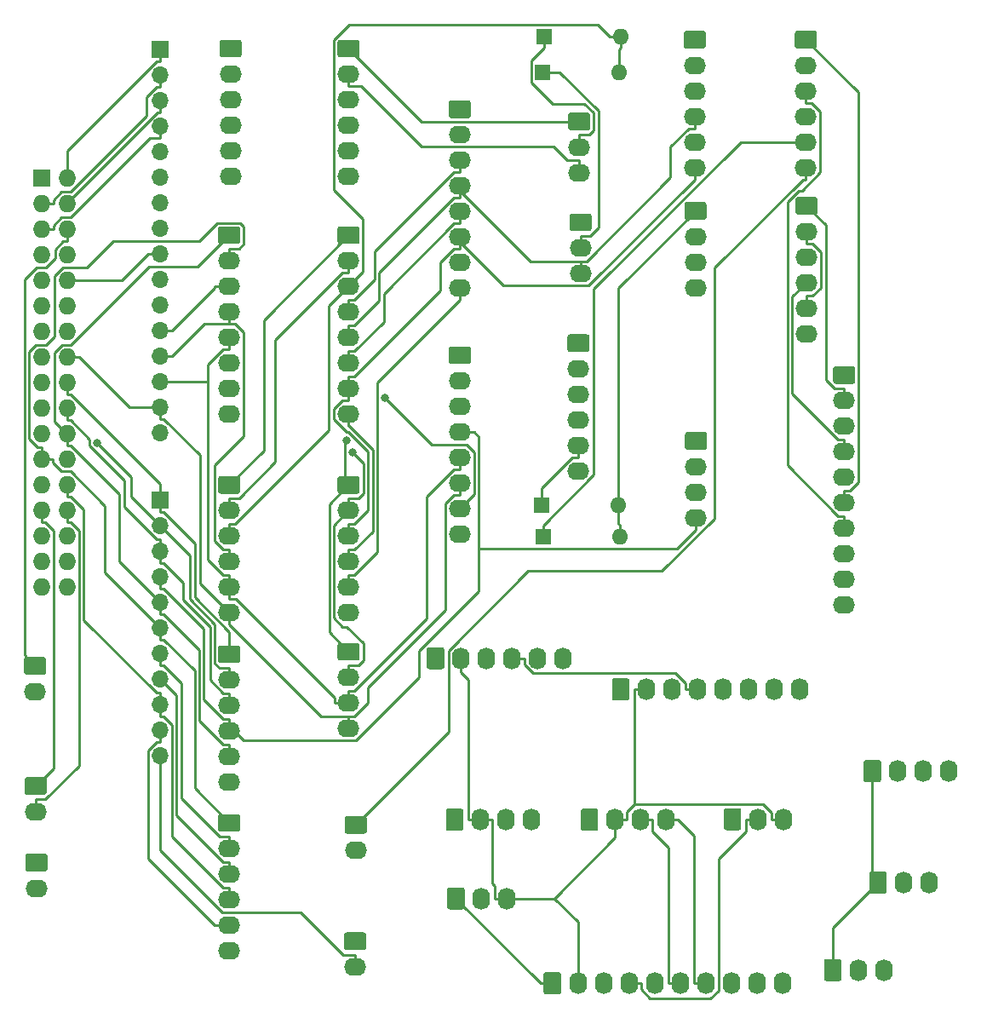
<source format=gbr>
G04 #@! TF.GenerationSoftware,KiCad,Pcbnew,(5.1.5-0-10_14)*
G04 #@! TF.CreationDate,2021-10-24T13:59:18+10:00*
G04 #@! TF.ProjectId,OH - UIP - Input Distribution,4f48202d-2055-4495-9020-2d20496e7075,rev?*
G04 #@! TF.SameCoordinates,Original*
G04 #@! TF.FileFunction,Copper,L2,Bot*
G04 #@! TF.FilePolarity,Positive*
%FSLAX46Y46*%
G04 Gerber Fmt 4.6, Leading zero omitted, Abs format (unit mm)*
G04 Created by KiCad (PCBNEW (5.1.5-0-10_14)) date 2021-10-24 13:59:18*
%MOMM*%
%LPD*%
G04 APERTURE LIST*
%ADD10O,1.740000X2.200000*%
%ADD11C,0.100000*%
%ADD12O,2.200000X1.740000*%
%ADD13O,1.600000X1.600000*%
%ADD14R,1.600000X1.600000*%
%ADD15O,1.727200X1.727200*%
%ADD16R,1.727200X1.727200*%
%ADD17O,1.700000X1.700000*%
%ADD18R,1.700000X1.700000*%
%ADD19C,0.800000*%
%ADD20C,0.250000*%
G04 APERTURE END LIST*
D10*
X219774000Y-131508000D03*
X217234000Y-131508000D03*
G04 #@! TA.AperFunction,ComponentPad*
D11*
G36*
X215338505Y-130409204D02*
G01*
X215362773Y-130412804D01*
X215386572Y-130418765D01*
X215409671Y-130427030D01*
X215431850Y-130437520D01*
X215452893Y-130450132D01*
X215472599Y-130464747D01*
X215490777Y-130481223D01*
X215507253Y-130499401D01*
X215521868Y-130519107D01*
X215534480Y-130540150D01*
X215544970Y-130562329D01*
X215553235Y-130585428D01*
X215559196Y-130609227D01*
X215562796Y-130633495D01*
X215564000Y-130657999D01*
X215564000Y-132358001D01*
X215562796Y-132382505D01*
X215559196Y-132406773D01*
X215553235Y-132430572D01*
X215544970Y-132453671D01*
X215534480Y-132475850D01*
X215521868Y-132496893D01*
X215507253Y-132516599D01*
X215490777Y-132534777D01*
X215472599Y-132551253D01*
X215452893Y-132565868D01*
X215431850Y-132578480D01*
X215409671Y-132588970D01*
X215386572Y-132597235D01*
X215362773Y-132603196D01*
X215338505Y-132606796D01*
X215314001Y-132608000D01*
X214073999Y-132608000D01*
X214049495Y-132606796D01*
X214025227Y-132603196D01*
X214001428Y-132597235D01*
X213978329Y-132588970D01*
X213956150Y-132578480D01*
X213935107Y-132565868D01*
X213915401Y-132551253D01*
X213897223Y-132534777D01*
X213880747Y-132516599D01*
X213866132Y-132496893D01*
X213853520Y-132475850D01*
X213843030Y-132453671D01*
X213834765Y-132430572D01*
X213828804Y-132406773D01*
X213825204Y-132382505D01*
X213824000Y-132358001D01*
X213824000Y-130657999D01*
X213825204Y-130633495D01*
X213828804Y-130609227D01*
X213834765Y-130585428D01*
X213843030Y-130562329D01*
X213853520Y-130540150D01*
X213866132Y-130519107D01*
X213880747Y-130499401D01*
X213897223Y-130481223D01*
X213915401Y-130464747D01*
X213935107Y-130450132D01*
X213956150Y-130437520D01*
X213978329Y-130427030D01*
X214001428Y-130418765D01*
X214025227Y-130412804D01*
X214049495Y-130409204D01*
X214073999Y-130408000D01*
X215314001Y-130408000D01*
X215338505Y-130409204D01*
G37*
G04 #@! TD.AperFunction*
D12*
X189611000Y-62293500D03*
X189611000Y-59753500D03*
G04 #@! TA.AperFunction,ComponentPad*
D11*
G36*
X190485505Y-56344704D02*
G01*
X190509773Y-56348304D01*
X190533572Y-56354265D01*
X190556671Y-56362530D01*
X190578850Y-56373020D01*
X190599893Y-56385632D01*
X190619599Y-56400247D01*
X190637777Y-56416723D01*
X190654253Y-56434901D01*
X190668868Y-56454607D01*
X190681480Y-56475650D01*
X190691970Y-56497829D01*
X190700235Y-56520928D01*
X190706196Y-56544727D01*
X190709796Y-56568995D01*
X190711000Y-56593499D01*
X190711000Y-57833501D01*
X190709796Y-57858005D01*
X190706196Y-57882273D01*
X190700235Y-57906072D01*
X190691970Y-57929171D01*
X190681480Y-57951350D01*
X190668868Y-57972393D01*
X190654253Y-57992099D01*
X190637777Y-58010277D01*
X190619599Y-58026753D01*
X190599893Y-58041368D01*
X190578850Y-58053980D01*
X190556671Y-58064470D01*
X190533572Y-58072735D01*
X190509773Y-58078696D01*
X190485505Y-58082296D01*
X190461001Y-58083500D01*
X188760999Y-58083500D01*
X188736495Y-58082296D01*
X188712227Y-58078696D01*
X188688428Y-58072735D01*
X188665329Y-58064470D01*
X188643150Y-58053980D01*
X188622107Y-58041368D01*
X188602401Y-58026753D01*
X188584223Y-58010277D01*
X188567747Y-57992099D01*
X188553132Y-57972393D01*
X188540520Y-57951350D01*
X188530030Y-57929171D01*
X188521765Y-57906072D01*
X188515804Y-57882273D01*
X188512204Y-57858005D01*
X188511000Y-57833501D01*
X188511000Y-56593499D01*
X188512204Y-56568995D01*
X188515804Y-56544727D01*
X188521765Y-56520928D01*
X188530030Y-56497829D01*
X188540520Y-56475650D01*
X188553132Y-56454607D01*
X188567747Y-56434901D01*
X188584223Y-56416723D01*
X188602401Y-56400247D01*
X188622107Y-56385632D01*
X188643150Y-56373020D01*
X188665329Y-56362530D01*
X188688428Y-56354265D01*
X188712227Y-56348304D01*
X188736495Y-56344704D01*
X188760999Y-56343500D01*
X190461001Y-56343500D01*
X190485505Y-56344704D01*
G37*
G04 #@! TD.AperFunction*
D10*
X209677000Y-132842000D03*
X207137000Y-132842000D03*
X204597000Y-132842000D03*
X202057000Y-132842000D03*
X199517000Y-132842000D03*
X196977000Y-132842000D03*
X194437000Y-132842000D03*
X191897000Y-132842000D03*
X189357000Y-132842000D03*
G04 #@! TA.AperFunction,ComponentPad*
D11*
G36*
X187461505Y-131743204D02*
G01*
X187485773Y-131746804D01*
X187509572Y-131752765D01*
X187532671Y-131761030D01*
X187554850Y-131771520D01*
X187575893Y-131784132D01*
X187595599Y-131798747D01*
X187613777Y-131815223D01*
X187630253Y-131833401D01*
X187644868Y-131853107D01*
X187657480Y-131874150D01*
X187667970Y-131896329D01*
X187676235Y-131919428D01*
X187682196Y-131943227D01*
X187685796Y-131967495D01*
X187687000Y-131991999D01*
X187687000Y-133692001D01*
X187685796Y-133716505D01*
X187682196Y-133740773D01*
X187676235Y-133764572D01*
X187667970Y-133787671D01*
X187657480Y-133809850D01*
X187644868Y-133830893D01*
X187630253Y-133850599D01*
X187613777Y-133868777D01*
X187595599Y-133885253D01*
X187575893Y-133899868D01*
X187554850Y-133912480D01*
X187532671Y-133922970D01*
X187509572Y-133931235D01*
X187485773Y-133937196D01*
X187461505Y-133940796D01*
X187437001Y-133942000D01*
X186196999Y-133942000D01*
X186172495Y-133940796D01*
X186148227Y-133937196D01*
X186124428Y-133931235D01*
X186101329Y-133922970D01*
X186079150Y-133912480D01*
X186058107Y-133899868D01*
X186038401Y-133885253D01*
X186020223Y-133868777D01*
X186003747Y-133850599D01*
X185989132Y-133830893D01*
X185976520Y-133809850D01*
X185966030Y-133787671D01*
X185957765Y-133764572D01*
X185951804Y-133740773D01*
X185948204Y-133716505D01*
X185947000Y-133692001D01*
X185947000Y-131991999D01*
X185948204Y-131967495D01*
X185951804Y-131943227D01*
X185957765Y-131919428D01*
X185966030Y-131896329D01*
X185976520Y-131874150D01*
X185989132Y-131853107D01*
X186003747Y-131833401D01*
X186020223Y-131815223D01*
X186038401Y-131798747D01*
X186058107Y-131784132D01*
X186079150Y-131771520D01*
X186101329Y-131761030D01*
X186124428Y-131752765D01*
X186148227Y-131746804D01*
X186172495Y-131743204D01*
X186196999Y-131742000D01*
X187437001Y-131742000D01*
X187461505Y-131743204D01*
G37*
G04 #@! TD.AperFunction*
D10*
X184722000Y-116586000D03*
X182182000Y-116586000D03*
X179642000Y-116586000D03*
G04 #@! TA.AperFunction,ComponentPad*
D11*
G36*
X177746505Y-115487204D02*
G01*
X177770773Y-115490804D01*
X177794572Y-115496765D01*
X177817671Y-115505030D01*
X177839850Y-115515520D01*
X177860893Y-115528132D01*
X177880599Y-115542747D01*
X177898777Y-115559223D01*
X177915253Y-115577401D01*
X177929868Y-115597107D01*
X177942480Y-115618150D01*
X177952970Y-115640329D01*
X177961235Y-115663428D01*
X177967196Y-115687227D01*
X177970796Y-115711495D01*
X177972000Y-115735999D01*
X177972000Y-117436001D01*
X177970796Y-117460505D01*
X177967196Y-117484773D01*
X177961235Y-117508572D01*
X177952970Y-117531671D01*
X177942480Y-117553850D01*
X177929868Y-117574893D01*
X177915253Y-117594599D01*
X177898777Y-117612777D01*
X177880599Y-117629253D01*
X177860893Y-117643868D01*
X177839850Y-117656480D01*
X177817671Y-117666970D01*
X177794572Y-117675235D01*
X177770773Y-117681196D01*
X177746505Y-117684796D01*
X177722001Y-117686000D01*
X176481999Y-117686000D01*
X176457495Y-117684796D01*
X176433227Y-117681196D01*
X176409428Y-117675235D01*
X176386329Y-117666970D01*
X176364150Y-117656480D01*
X176343107Y-117643868D01*
X176323401Y-117629253D01*
X176305223Y-117612777D01*
X176288747Y-117594599D01*
X176274132Y-117574893D01*
X176261520Y-117553850D01*
X176251030Y-117531671D01*
X176242765Y-117508572D01*
X176236804Y-117484773D01*
X176233204Y-117460505D01*
X176232000Y-117436001D01*
X176232000Y-115735999D01*
X176233204Y-115711495D01*
X176236804Y-115687227D01*
X176242765Y-115663428D01*
X176251030Y-115640329D01*
X176261520Y-115618150D01*
X176274132Y-115597107D01*
X176288747Y-115577401D01*
X176305223Y-115559223D01*
X176323401Y-115542747D01*
X176343107Y-115528132D01*
X176364150Y-115515520D01*
X176386329Y-115505030D01*
X176409428Y-115496765D01*
X176433227Y-115490804D01*
X176457495Y-115487204D01*
X176481999Y-115486000D01*
X177722001Y-115486000D01*
X177746505Y-115487204D01*
G37*
G04 #@! TD.AperFunction*
D12*
X189484000Y-52260500D03*
X189484000Y-49720500D03*
G04 #@! TA.AperFunction,ComponentPad*
D11*
G36*
X190358505Y-46311704D02*
G01*
X190382773Y-46315304D01*
X190406572Y-46321265D01*
X190429671Y-46329530D01*
X190451850Y-46340020D01*
X190472893Y-46352632D01*
X190492599Y-46367247D01*
X190510777Y-46383723D01*
X190527253Y-46401901D01*
X190541868Y-46421607D01*
X190554480Y-46442650D01*
X190564970Y-46464829D01*
X190573235Y-46487928D01*
X190579196Y-46511727D01*
X190582796Y-46535995D01*
X190584000Y-46560499D01*
X190584000Y-47800501D01*
X190582796Y-47825005D01*
X190579196Y-47849273D01*
X190573235Y-47873072D01*
X190564970Y-47896171D01*
X190554480Y-47918350D01*
X190541868Y-47939393D01*
X190527253Y-47959099D01*
X190510777Y-47977277D01*
X190492599Y-47993753D01*
X190472893Y-48008368D01*
X190451850Y-48020980D01*
X190429671Y-48031470D01*
X190406572Y-48039735D01*
X190382773Y-48045696D01*
X190358505Y-48049296D01*
X190334001Y-48050500D01*
X188633999Y-48050500D01*
X188609495Y-48049296D01*
X188585227Y-48045696D01*
X188561428Y-48039735D01*
X188538329Y-48031470D01*
X188516150Y-48020980D01*
X188495107Y-48008368D01*
X188475401Y-47993753D01*
X188457223Y-47977277D01*
X188440747Y-47959099D01*
X188426132Y-47939393D01*
X188413520Y-47918350D01*
X188403030Y-47896171D01*
X188394765Y-47873072D01*
X188388804Y-47849273D01*
X188385204Y-47825005D01*
X188384000Y-47800501D01*
X188384000Y-46560499D01*
X188385204Y-46535995D01*
X188388804Y-46511727D01*
X188394765Y-46487928D01*
X188403030Y-46464829D01*
X188413520Y-46442650D01*
X188426132Y-46421607D01*
X188440747Y-46401901D01*
X188457223Y-46383723D01*
X188475401Y-46367247D01*
X188495107Y-46352632D01*
X188516150Y-46340020D01*
X188538329Y-46329530D01*
X188561428Y-46321265D01*
X188585227Y-46315304D01*
X188609495Y-46311704D01*
X188633999Y-46310500D01*
X190334001Y-46310500D01*
X190358505Y-46311704D01*
G37*
G04 #@! TD.AperFunction*
D10*
X198120000Y-116586000D03*
X195580000Y-116586000D03*
X193040000Y-116586000D03*
G04 #@! TA.AperFunction,ComponentPad*
D11*
G36*
X191144505Y-115487204D02*
G01*
X191168773Y-115490804D01*
X191192572Y-115496765D01*
X191215671Y-115505030D01*
X191237850Y-115515520D01*
X191258893Y-115528132D01*
X191278599Y-115542747D01*
X191296777Y-115559223D01*
X191313253Y-115577401D01*
X191327868Y-115597107D01*
X191340480Y-115618150D01*
X191350970Y-115640329D01*
X191359235Y-115663428D01*
X191365196Y-115687227D01*
X191368796Y-115711495D01*
X191370000Y-115735999D01*
X191370000Y-117436001D01*
X191368796Y-117460505D01*
X191365196Y-117484773D01*
X191359235Y-117508572D01*
X191350970Y-117531671D01*
X191340480Y-117553850D01*
X191327868Y-117574893D01*
X191313253Y-117594599D01*
X191296777Y-117612777D01*
X191278599Y-117629253D01*
X191258893Y-117643868D01*
X191237850Y-117656480D01*
X191215671Y-117666970D01*
X191192572Y-117675235D01*
X191168773Y-117681196D01*
X191144505Y-117684796D01*
X191120001Y-117686000D01*
X189879999Y-117686000D01*
X189855495Y-117684796D01*
X189831227Y-117681196D01*
X189807428Y-117675235D01*
X189784329Y-117666970D01*
X189762150Y-117656480D01*
X189741107Y-117643868D01*
X189721401Y-117629253D01*
X189703223Y-117612777D01*
X189686747Y-117594599D01*
X189672132Y-117574893D01*
X189659520Y-117553850D01*
X189649030Y-117531671D01*
X189640765Y-117508572D01*
X189634804Y-117484773D01*
X189631204Y-117460505D01*
X189630000Y-117436001D01*
X189630000Y-115735999D01*
X189631204Y-115711495D01*
X189634804Y-115687227D01*
X189640765Y-115663428D01*
X189649030Y-115640329D01*
X189659520Y-115618150D01*
X189672132Y-115597107D01*
X189686747Y-115577401D01*
X189703223Y-115559223D01*
X189721401Y-115542747D01*
X189741107Y-115528132D01*
X189762150Y-115515520D01*
X189784329Y-115505030D01*
X189807428Y-115496765D01*
X189831227Y-115490804D01*
X189855495Y-115487204D01*
X189879999Y-115486000D01*
X191120001Y-115486000D01*
X191144505Y-115487204D01*
G37*
G04 #@! TD.AperFunction*
D13*
X193484000Y-42291000D03*
D14*
X185864000Y-42291000D03*
D13*
X193612000Y-38735000D03*
D14*
X185992000Y-38735000D03*
D12*
X189420000Y-81915000D03*
X189420000Y-79375000D03*
X189420000Y-76835000D03*
X189420000Y-74295000D03*
X189420000Y-71755000D03*
G04 #@! TA.AperFunction,ComponentPad*
D11*
G36*
X190294505Y-68346204D02*
G01*
X190318773Y-68349804D01*
X190342572Y-68355765D01*
X190365671Y-68364030D01*
X190387850Y-68374520D01*
X190408893Y-68387132D01*
X190428599Y-68401747D01*
X190446777Y-68418223D01*
X190463253Y-68436401D01*
X190477868Y-68456107D01*
X190490480Y-68477150D01*
X190500970Y-68499329D01*
X190509235Y-68522428D01*
X190515196Y-68546227D01*
X190518796Y-68570495D01*
X190520000Y-68594999D01*
X190520000Y-69835001D01*
X190518796Y-69859505D01*
X190515196Y-69883773D01*
X190509235Y-69907572D01*
X190500970Y-69930671D01*
X190490480Y-69952850D01*
X190477868Y-69973893D01*
X190463253Y-69993599D01*
X190446777Y-70011777D01*
X190428599Y-70028253D01*
X190408893Y-70042868D01*
X190387850Y-70055480D01*
X190365671Y-70065970D01*
X190342572Y-70074235D01*
X190318773Y-70080196D01*
X190294505Y-70083796D01*
X190270001Y-70085000D01*
X188569999Y-70085000D01*
X188545495Y-70083796D01*
X188521227Y-70080196D01*
X188497428Y-70074235D01*
X188474329Y-70065970D01*
X188452150Y-70055480D01*
X188431107Y-70042868D01*
X188411401Y-70028253D01*
X188393223Y-70011777D01*
X188376747Y-69993599D01*
X188362132Y-69973893D01*
X188349520Y-69952850D01*
X188339030Y-69930671D01*
X188330765Y-69907572D01*
X188324804Y-69883773D01*
X188321204Y-69859505D01*
X188320000Y-69835001D01*
X188320000Y-68594999D01*
X188321204Y-68570495D01*
X188324804Y-68546227D01*
X188330765Y-68522428D01*
X188339030Y-68499329D01*
X188349520Y-68477150D01*
X188362132Y-68456107D01*
X188376747Y-68436401D01*
X188393223Y-68418223D01*
X188411401Y-68401747D01*
X188431107Y-68387132D01*
X188452150Y-68374520D01*
X188474329Y-68364030D01*
X188497428Y-68355765D01*
X188521227Y-68349804D01*
X188545495Y-68346204D01*
X188569999Y-68345000D01*
X190270001Y-68345000D01*
X190294505Y-68346204D01*
G37*
G04 #@! TD.AperFunction*
D12*
X212026000Y-51752500D03*
X212026000Y-49212500D03*
X212026000Y-46672500D03*
X212026000Y-44132500D03*
X212026000Y-41592500D03*
G04 #@! TA.AperFunction,ComponentPad*
D11*
G36*
X212900505Y-38183704D02*
G01*
X212924773Y-38187304D01*
X212948572Y-38193265D01*
X212971671Y-38201530D01*
X212993850Y-38212020D01*
X213014893Y-38224632D01*
X213034599Y-38239247D01*
X213052777Y-38255723D01*
X213069253Y-38273901D01*
X213083868Y-38293607D01*
X213096480Y-38314650D01*
X213106970Y-38336829D01*
X213115235Y-38359928D01*
X213121196Y-38383727D01*
X213124796Y-38407995D01*
X213126000Y-38432499D01*
X213126000Y-39672501D01*
X213124796Y-39697005D01*
X213121196Y-39721273D01*
X213115235Y-39745072D01*
X213106970Y-39768171D01*
X213096480Y-39790350D01*
X213083868Y-39811393D01*
X213069253Y-39831099D01*
X213052777Y-39849277D01*
X213034599Y-39865753D01*
X213014893Y-39880368D01*
X212993850Y-39892980D01*
X212971671Y-39903470D01*
X212948572Y-39911735D01*
X212924773Y-39917696D01*
X212900505Y-39921296D01*
X212876001Y-39922500D01*
X211175999Y-39922500D01*
X211151495Y-39921296D01*
X211127227Y-39917696D01*
X211103428Y-39911735D01*
X211080329Y-39903470D01*
X211058150Y-39892980D01*
X211037107Y-39880368D01*
X211017401Y-39865753D01*
X210999223Y-39849277D01*
X210982747Y-39831099D01*
X210968132Y-39811393D01*
X210955520Y-39790350D01*
X210945030Y-39768171D01*
X210936765Y-39745072D01*
X210930804Y-39721273D01*
X210927204Y-39697005D01*
X210926000Y-39672501D01*
X210926000Y-38432499D01*
X210927204Y-38407995D01*
X210930804Y-38383727D01*
X210936765Y-38359928D01*
X210945030Y-38336829D01*
X210955520Y-38314650D01*
X210968132Y-38293607D01*
X210982747Y-38273901D01*
X210999223Y-38255723D01*
X211017401Y-38239247D01*
X211037107Y-38224632D01*
X211058150Y-38212020D01*
X211080329Y-38201530D01*
X211103428Y-38193265D01*
X211127227Y-38187304D01*
X211151495Y-38183704D01*
X211175999Y-38182500D01*
X212876001Y-38182500D01*
X212900505Y-38183704D01*
G37*
G04 #@! TD.AperFunction*
D12*
X212090000Y-68262500D03*
X212090000Y-65722500D03*
X212090000Y-63182500D03*
X212090000Y-60642500D03*
X212090000Y-58102500D03*
G04 #@! TA.AperFunction,ComponentPad*
D11*
G36*
X212964505Y-54693704D02*
G01*
X212988773Y-54697304D01*
X213012572Y-54703265D01*
X213035671Y-54711530D01*
X213057850Y-54722020D01*
X213078893Y-54734632D01*
X213098599Y-54749247D01*
X213116777Y-54765723D01*
X213133253Y-54783901D01*
X213147868Y-54803607D01*
X213160480Y-54824650D01*
X213170970Y-54846829D01*
X213179235Y-54869928D01*
X213185196Y-54893727D01*
X213188796Y-54917995D01*
X213190000Y-54942499D01*
X213190000Y-56182501D01*
X213188796Y-56207005D01*
X213185196Y-56231273D01*
X213179235Y-56255072D01*
X213170970Y-56278171D01*
X213160480Y-56300350D01*
X213147868Y-56321393D01*
X213133253Y-56341099D01*
X213116777Y-56359277D01*
X213098599Y-56375753D01*
X213078893Y-56390368D01*
X213057850Y-56402980D01*
X213035671Y-56413470D01*
X213012572Y-56421735D01*
X212988773Y-56427696D01*
X212964505Y-56431296D01*
X212940001Y-56432500D01*
X211239999Y-56432500D01*
X211215495Y-56431296D01*
X211191227Y-56427696D01*
X211167428Y-56421735D01*
X211144329Y-56413470D01*
X211122150Y-56402980D01*
X211101107Y-56390368D01*
X211081401Y-56375753D01*
X211063223Y-56359277D01*
X211046747Y-56341099D01*
X211032132Y-56321393D01*
X211019520Y-56300350D01*
X211009030Y-56278171D01*
X211000765Y-56255072D01*
X210994804Y-56231273D01*
X210991204Y-56207005D01*
X210990000Y-56182501D01*
X210990000Y-54942499D01*
X210991204Y-54917995D01*
X210994804Y-54893727D01*
X211000765Y-54869928D01*
X211009030Y-54846829D01*
X211019520Y-54824650D01*
X211032132Y-54803607D01*
X211046747Y-54783901D01*
X211063223Y-54765723D01*
X211081401Y-54749247D01*
X211101107Y-54734632D01*
X211122150Y-54722020D01*
X211144329Y-54711530D01*
X211167428Y-54703265D01*
X211191227Y-54697304D01*
X211215495Y-54693704D01*
X211239999Y-54692500D01*
X212940001Y-54692500D01*
X212964505Y-54693704D01*
G37*
G04 #@! TD.AperFunction*
D12*
X215836000Y-95250000D03*
X215836000Y-92710000D03*
X215836000Y-90170000D03*
X215836000Y-87630000D03*
X215836000Y-85090000D03*
X215836000Y-82550000D03*
X215836000Y-80010000D03*
X215836000Y-77470000D03*
X215836000Y-74930000D03*
G04 #@! TA.AperFunction,ComponentPad*
D11*
G36*
X216710505Y-71521204D02*
G01*
X216734773Y-71524804D01*
X216758572Y-71530765D01*
X216781671Y-71539030D01*
X216803850Y-71549520D01*
X216824893Y-71562132D01*
X216844599Y-71576747D01*
X216862777Y-71593223D01*
X216879253Y-71611401D01*
X216893868Y-71631107D01*
X216906480Y-71652150D01*
X216916970Y-71674329D01*
X216925235Y-71697428D01*
X216931196Y-71721227D01*
X216934796Y-71745495D01*
X216936000Y-71769999D01*
X216936000Y-73010001D01*
X216934796Y-73034505D01*
X216931196Y-73058773D01*
X216925235Y-73082572D01*
X216916970Y-73105671D01*
X216906480Y-73127850D01*
X216893868Y-73148893D01*
X216879253Y-73168599D01*
X216862777Y-73186777D01*
X216844599Y-73203253D01*
X216824893Y-73217868D01*
X216803850Y-73230480D01*
X216781671Y-73240970D01*
X216758572Y-73249235D01*
X216734773Y-73255196D01*
X216710505Y-73258796D01*
X216686001Y-73260000D01*
X214985999Y-73260000D01*
X214961495Y-73258796D01*
X214937227Y-73255196D01*
X214913428Y-73249235D01*
X214890329Y-73240970D01*
X214868150Y-73230480D01*
X214847107Y-73217868D01*
X214827401Y-73203253D01*
X214809223Y-73186777D01*
X214792747Y-73168599D01*
X214778132Y-73148893D01*
X214765520Y-73127850D01*
X214755030Y-73105671D01*
X214746765Y-73082572D01*
X214740804Y-73058773D01*
X214737204Y-73034505D01*
X214736000Y-73010001D01*
X214736000Y-71769999D01*
X214737204Y-71745495D01*
X214740804Y-71721227D01*
X214746765Y-71697428D01*
X214755030Y-71674329D01*
X214765520Y-71652150D01*
X214778132Y-71631107D01*
X214792747Y-71611401D01*
X214809223Y-71593223D01*
X214827401Y-71576747D01*
X214847107Y-71562132D01*
X214868150Y-71549520D01*
X214890329Y-71539030D01*
X214913428Y-71530765D01*
X214937227Y-71524804D01*
X214961495Y-71521204D01*
X214985999Y-71520000D01*
X216686001Y-71520000D01*
X216710505Y-71521204D01*
G37*
G04 #@! TD.AperFunction*
D13*
X193358000Y-85344000D03*
D14*
X185738000Y-85344000D03*
D13*
X193548000Y-88455500D03*
D14*
X185928000Y-88455500D03*
D10*
X226250000Y-111760000D03*
X223710000Y-111760000D03*
X221170000Y-111760000D03*
G04 #@! TA.AperFunction,ComponentPad*
D11*
G36*
X219274505Y-110661204D02*
G01*
X219298773Y-110664804D01*
X219322572Y-110670765D01*
X219345671Y-110679030D01*
X219367850Y-110689520D01*
X219388893Y-110702132D01*
X219408599Y-110716747D01*
X219426777Y-110733223D01*
X219443253Y-110751401D01*
X219457868Y-110771107D01*
X219470480Y-110792150D01*
X219480970Y-110814329D01*
X219489235Y-110837428D01*
X219495196Y-110861227D01*
X219498796Y-110885495D01*
X219500000Y-110909999D01*
X219500000Y-112610001D01*
X219498796Y-112634505D01*
X219495196Y-112658773D01*
X219489235Y-112682572D01*
X219480970Y-112705671D01*
X219470480Y-112727850D01*
X219457868Y-112748893D01*
X219443253Y-112768599D01*
X219426777Y-112786777D01*
X219408599Y-112803253D01*
X219388893Y-112817868D01*
X219367850Y-112830480D01*
X219345671Y-112840970D01*
X219322572Y-112849235D01*
X219298773Y-112855196D01*
X219274505Y-112858796D01*
X219250001Y-112860000D01*
X218009999Y-112860000D01*
X217985495Y-112858796D01*
X217961227Y-112855196D01*
X217937428Y-112849235D01*
X217914329Y-112840970D01*
X217892150Y-112830480D01*
X217871107Y-112817868D01*
X217851401Y-112803253D01*
X217833223Y-112786777D01*
X217816747Y-112768599D01*
X217802132Y-112748893D01*
X217789520Y-112727850D01*
X217779030Y-112705671D01*
X217770765Y-112682572D01*
X217764804Y-112658773D01*
X217761204Y-112634505D01*
X217760000Y-112610001D01*
X217760000Y-110909999D01*
X217761204Y-110885495D01*
X217764804Y-110861227D01*
X217770765Y-110837428D01*
X217779030Y-110814329D01*
X217789520Y-110792150D01*
X217802132Y-110771107D01*
X217816747Y-110751401D01*
X217833223Y-110733223D01*
X217851401Y-110716747D01*
X217871107Y-110702132D01*
X217892150Y-110689520D01*
X217914329Y-110679030D01*
X217937428Y-110670765D01*
X217961227Y-110664804D01*
X217985495Y-110661204D01*
X218009999Y-110660000D01*
X219250001Y-110660000D01*
X219274505Y-110661204D01*
G37*
G04 #@! TD.AperFunction*
D10*
X187896000Y-100520000D03*
X185356000Y-100520000D03*
X182816000Y-100520000D03*
X180276000Y-100520000D03*
X177736000Y-100520000D03*
G04 #@! TA.AperFunction,ComponentPad*
D11*
G36*
X175840505Y-99421204D02*
G01*
X175864773Y-99424804D01*
X175888572Y-99430765D01*
X175911671Y-99439030D01*
X175933850Y-99449520D01*
X175954893Y-99462132D01*
X175974599Y-99476747D01*
X175992777Y-99493223D01*
X176009253Y-99511401D01*
X176023868Y-99531107D01*
X176036480Y-99552150D01*
X176046970Y-99574329D01*
X176055235Y-99597428D01*
X176061196Y-99621227D01*
X176064796Y-99645495D01*
X176066000Y-99669999D01*
X176066000Y-101370001D01*
X176064796Y-101394505D01*
X176061196Y-101418773D01*
X176055235Y-101442572D01*
X176046970Y-101465671D01*
X176036480Y-101487850D01*
X176023868Y-101508893D01*
X176009253Y-101528599D01*
X175992777Y-101546777D01*
X175974599Y-101563253D01*
X175954893Y-101577868D01*
X175933850Y-101590480D01*
X175911671Y-101600970D01*
X175888572Y-101609235D01*
X175864773Y-101615196D01*
X175840505Y-101618796D01*
X175816001Y-101620000D01*
X174575999Y-101620000D01*
X174551495Y-101618796D01*
X174527227Y-101615196D01*
X174503428Y-101609235D01*
X174480329Y-101600970D01*
X174458150Y-101590480D01*
X174437107Y-101577868D01*
X174417401Y-101563253D01*
X174399223Y-101546777D01*
X174382747Y-101528599D01*
X174368132Y-101508893D01*
X174355520Y-101487850D01*
X174345030Y-101465671D01*
X174336765Y-101442572D01*
X174330804Y-101418773D01*
X174327204Y-101394505D01*
X174326000Y-101370001D01*
X174326000Y-99669999D01*
X174327204Y-99645495D01*
X174330804Y-99621227D01*
X174336765Y-99597428D01*
X174345030Y-99574329D01*
X174355520Y-99552150D01*
X174368132Y-99531107D01*
X174382747Y-99511401D01*
X174399223Y-99493223D01*
X174417401Y-99476747D01*
X174437107Y-99462132D01*
X174458150Y-99449520D01*
X174480329Y-99439030D01*
X174503428Y-99430765D01*
X174527227Y-99424804D01*
X174551495Y-99421204D01*
X174575999Y-99420000D01*
X175816001Y-99420000D01*
X175840505Y-99421204D01*
G37*
G04 #@! TD.AperFunction*
D10*
X224282000Y-122809000D03*
X221742000Y-122809000D03*
G04 #@! TA.AperFunction,ComponentPad*
D11*
G36*
X219846505Y-121710204D02*
G01*
X219870773Y-121713804D01*
X219894572Y-121719765D01*
X219917671Y-121728030D01*
X219939850Y-121738520D01*
X219960893Y-121751132D01*
X219980599Y-121765747D01*
X219998777Y-121782223D01*
X220015253Y-121800401D01*
X220029868Y-121820107D01*
X220042480Y-121841150D01*
X220052970Y-121863329D01*
X220061235Y-121886428D01*
X220067196Y-121910227D01*
X220070796Y-121934495D01*
X220072000Y-121958999D01*
X220072000Y-123659001D01*
X220070796Y-123683505D01*
X220067196Y-123707773D01*
X220061235Y-123731572D01*
X220052970Y-123754671D01*
X220042480Y-123776850D01*
X220029868Y-123797893D01*
X220015253Y-123817599D01*
X219998777Y-123835777D01*
X219980599Y-123852253D01*
X219960893Y-123866868D01*
X219939850Y-123879480D01*
X219917671Y-123889970D01*
X219894572Y-123898235D01*
X219870773Y-123904196D01*
X219846505Y-123907796D01*
X219822001Y-123909000D01*
X218581999Y-123909000D01*
X218557495Y-123907796D01*
X218533227Y-123904196D01*
X218509428Y-123898235D01*
X218486329Y-123889970D01*
X218464150Y-123879480D01*
X218443107Y-123866868D01*
X218423401Y-123852253D01*
X218405223Y-123835777D01*
X218388747Y-123817599D01*
X218374132Y-123797893D01*
X218361520Y-123776850D01*
X218351030Y-123754671D01*
X218342765Y-123731572D01*
X218336804Y-123707773D01*
X218333204Y-123683505D01*
X218332000Y-123659001D01*
X218332000Y-121958999D01*
X218333204Y-121934495D01*
X218336804Y-121910227D01*
X218342765Y-121886428D01*
X218351030Y-121863329D01*
X218361520Y-121841150D01*
X218374132Y-121820107D01*
X218388747Y-121800401D01*
X218405223Y-121782223D01*
X218423401Y-121765747D01*
X218443107Y-121751132D01*
X218464150Y-121738520D01*
X218486329Y-121728030D01*
X218509428Y-121719765D01*
X218533227Y-121713804D01*
X218557495Y-121710204D01*
X218581999Y-121709000D01*
X219822001Y-121709000D01*
X219846505Y-121710204D01*
G37*
G04 #@! TD.AperFunction*
D10*
X182308000Y-124396000D03*
X179768000Y-124396000D03*
G04 #@! TA.AperFunction,ComponentPad*
D11*
G36*
X177872505Y-123297204D02*
G01*
X177896773Y-123300804D01*
X177920572Y-123306765D01*
X177943671Y-123315030D01*
X177965850Y-123325520D01*
X177986893Y-123338132D01*
X178006599Y-123352747D01*
X178024777Y-123369223D01*
X178041253Y-123387401D01*
X178055868Y-123407107D01*
X178068480Y-123428150D01*
X178078970Y-123450329D01*
X178087235Y-123473428D01*
X178093196Y-123497227D01*
X178096796Y-123521495D01*
X178098000Y-123545999D01*
X178098000Y-125246001D01*
X178096796Y-125270505D01*
X178093196Y-125294773D01*
X178087235Y-125318572D01*
X178078970Y-125341671D01*
X178068480Y-125363850D01*
X178055868Y-125384893D01*
X178041253Y-125404599D01*
X178024777Y-125422777D01*
X178006599Y-125439253D01*
X177986893Y-125453868D01*
X177965850Y-125466480D01*
X177943671Y-125476970D01*
X177920572Y-125485235D01*
X177896773Y-125491196D01*
X177872505Y-125494796D01*
X177848001Y-125496000D01*
X176607999Y-125496000D01*
X176583495Y-125494796D01*
X176559227Y-125491196D01*
X176535428Y-125485235D01*
X176512329Y-125476970D01*
X176490150Y-125466480D01*
X176469107Y-125453868D01*
X176449401Y-125439253D01*
X176431223Y-125422777D01*
X176414747Y-125404599D01*
X176400132Y-125384893D01*
X176387520Y-125363850D01*
X176377030Y-125341671D01*
X176368765Y-125318572D01*
X176362804Y-125294773D01*
X176359204Y-125270505D01*
X176358000Y-125246001D01*
X176358000Y-123545999D01*
X176359204Y-123521495D01*
X176362804Y-123497227D01*
X176368765Y-123473428D01*
X176377030Y-123450329D01*
X176387520Y-123428150D01*
X176400132Y-123407107D01*
X176414747Y-123387401D01*
X176431223Y-123369223D01*
X176449401Y-123352747D01*
X176469107Y-123338132D01*
X176490150Y-123325520D01*
X176512329Y-123315030D01*
X176535428Y-123306765D01*
X176559227Y-123300804D01*
X176583495Y-123297204D01*
X176607999Y-123296000D01*
X177848001Y-123296000D01*
X177872505Y-123297204D01*
G37*
G04 #@! TD.AperFunction*
D10*
X209804000Y-116522000D03*
X207264000Y-116522000D03*
G04 #@! TA.AperFunction,ComponentPad*
D11*
G36*
X205368505Y-115423204D02*
G01*
X205392773Y-115426804D01*
X205416572Y-115432765D01*
X205439671Y-115441030D01*
X205461850Y-115451520D01*
X205482893Y-115464132D01*
X205502599Y-115478747D01*
X205520777Y-115495223D01*
X205537253Y-115513401D01*
X205551868Y-115533107D01*
X205564480Y-115554150D01*
X205574970Y-115576329D01*
X205583235Y-115599428D01*
X205589196Y-115623227D01*
X205592796Y-115647495D01*
X205594000Y-115671999D01*
X205594000Y-117372001D01*
X205592796Y-117396505D01*
X205589196Y-117420773D01*
X205583235Y-117444572D01*
X205574970Y-117467671D01*
X205564480Y-117489850D01*
X205551868Y-117510893D01*
X205537253Y-117530599D01*
X205520777Y-117548777D01*
X205502599Y-117565253D01*
X205482893Y-117579868D01*
X205461850Y-117592480D01*
X205439671Y-117602970D01*
X205416572Y-117611235D01*
X205392773Y-117617196D01*
X205368505Y-117620796D01*
X205344001Y-117622000D01*
X204103999Y-117622000D01*
X204079495Y-117620796D01*
X204055227Y-117617196D01*
X204031428Y-117611235D01*
X204008329Y-117602970D01*
X203986150Y-117592480D01*
X203965107Y-117579868D01*
X203945401Y-117565253D01*
X203927223Y-117548777D01*
X203910747Y-117530599D01*
X203896132Y-117510893D01*
X203883520Y-117489850D01*
X203873030Y-117467671D01*
X203864765Y-117444572D01*
X203858804Y-117420773D01*
X203855204Y-117396505D01*
X203854000Y-117372001D01*
X203854000Y-115671999D01*
X203855204Y-115647495D01*
X203858804Y-115623227D01*
X203864765Y-115599428D01*
X203873030Y-115576329D01*
X203883520Y-115554150D01*
X203896132Y-115533107D01*
X203910747Y-115513401D01*
X203927223Y-115495223D01*
X203945401Y-115478747D01*
X203965107Y-115464132D01*
X203986150Y-115451520D01*
X204008329Y-115441030D01*
X204031428Y-115432765D01*
X204055227Y-115426804D01*
X204079495Y-115423204D01*
X204103999Y-115422000D01*
X205344001Y-115422000D01*
X205368505Y-115423204D01*
G37*
G04 #@! TD.AperFunction*
D12*
X135382000Y-103822000D03*
G04 #@! TA.AperFunction,ComponentPad*
D11*
G36*
X136256505Y-100413204D02*
G01*
X136280773Y-100416804D01*
X136304572Y-100422765D01*
X136327671Y-100431030D01*
X136349850Y-100441520D01*
X136370893Y-100454132D01*
X136390599Y-100468747D01*
X136408777Y-100485223D01*
X136425253Y-100503401D01*
X136439868Y-100523107D01*
X136452480Y-100544150D01*
X136462970Y-100566329D01*
X136471235Y-100589428D01*
X136477196Y-100613227D01*
X136480796Y-100637495D01*
X136482000Y-100661999D01*
X136482000Y-101902001D01*
X136480796Y-101926505D01*
X136477196Y-101950773D01*
X136471235Y-101974572D01*
X136462970Y-101997671D01*
X136452480Y-102019850D01*
X136439868Y-102040893D01*
X136425253Y-102060599D01*
X136408777Y-102078777D01*
X136390599Y-102095253D01*
X136370893Y-102109868D01*
X136349850Y-102122480D01*
X136327671Y-102132970D01*
X136304572Y-102141235D01*
X136280773Y-102147196D01*
X136256505Y-102150796D01*
X136232001Y-102152000D01*
X134531999Y-102152000D01*
X134507495Y-102150796D01*
X134483227Y-102147196D01*
X134459428Y-102141235D01*
X134436329Y-102132970D01*
X134414150Y-102122480D01*
X134393107Y-102109868D01*
X134373401Y-102095253D01*
X134355223Y-102078777D01*
X134338747Y-102060599D01*
X134324132Y-102040893D01*
X134311520Y-102019850D01*
X134301030Y-101997671D01*
X134292765Y-101974572D01*
X134286804Y-101950773D01*
X134283204Y-101926505D01*
X134282000Y-101902001D01*
X134282000Y-100661999D01*
X134283204Y-100637495D01*
X134286804Y-100613227D01*
X134292765Y-100589428D01*
X134301030Y-100566329D01*
X134311520Y-100544150D01*
X134324132Y-100523107D01*
X134338747Y-100503401D01*
X134355223Y-100485223D01*
X134373401Y-100468747D01*
X134393107Y-100454132D01*
X134414150Y-100441520D01*
X134436329Y-100431030D01*
X134459428Y-100422765D01*
X134483227Y-100416804D01*
X134507495Y-100413204D01*
X134531999Y-100412000D01*
X136232001Y-100412000D01*
X136256505Y-100413204D01*
G37*
G04 #@! TD.AperFunction*
D12*
X135445000Y-115760000D03*
G04 #@! TA.AperFunction,ComponentPad*
D11*
G36*
X136319505Y-112351204D02*
G01*
X136343773Y-112354804D01*
X136367572Y-112360765D01*
X136390671Y-112369030D01*
X136412850Y-112379520D01*
X136433893Y-112392132D01*
X136453599Y-112406747D01*
X136471777Y-112423223D01*
X136488253Y-112441401D01*
X136502868Y-112461107D01*
X136515480Y-112482150D01*
X136525970Y-112504329D01*
X136534235Y-112527428D01*
X136540196Y-112551227D01*
X136543796Y-112575495D01*
X136545000Y-112599999D01*
X136545000Y-113840001D01*
X136543796Y-113864505D01*
X136540196Y-113888773D01*
X136534235Y-113912572D01*
X136525970Y-113935671D01*
X136515480Y-113957850D01*
X136502868Y-113978893D01*
X136488253Y-113998599D01*
X136471777Y-114016777D01*
X136453599Y-114033253D01*
X136433893Y-114047868D01*
X136412850Y-114060480D01*
X136390671Y-114070970D01*
X136367572Y-114079235D01*
X136343773Y-114085196D01*
X136319505Y-114088796D01*
X136295001Y-114090000D01*
X134594999Y-114090000D01*
X134570495Y-114088796D01*
X134546227Y-114085196D01*
X134522428Y-114079235D01*
X134499329Y-114070970D01*
X134477150Y-114060480D01*
X134456107Y-114047868D01*
X134436401Y-114033253D01*
X134418223Y-114016777D01*
X134401747Y-113998599D01*
X134387132Y-113978893D01*
X134374520Y-113957850D01*
X134364030Y-113935671D01*
X134355765Y-113912572D01*
X134349804Y-113888773D01*
X134346204Y-113864505D01*
X134345000Y-113840001D01*
X134345000Y-112599999D01*
X134346204Y-112575495D01*
X134349804Y-112551227D01*
X134355765Y-112527428D01*
X134364030Y-112504329D01*
X134374520Y-112482150D01*
X134387132Y-112461107D01*
X134401747Y-112441401D01*
X134418223Y-112423223D01*
X134436401Y-112406747D01*
X134456107Y-112392132D01*
X134477150Y-112379520D01*
X134499329Y-112369030D01*
X134522428Y-112360765D01*
X134546227Y-112354804D01*
X134570495Y-112351204D01*
X134594999Y-112350000D01*
X136295001Y-112350000D01*
X136319505Y-112351204D01*
G37*
G04 #@! TD.AperFunction*
D12*
X167259000Y-119634000D03*
G04 #@! TA.AperFunction,ComponentPad*
D11*
G36*
X168133505Y-116225204D02*
G01*
X168157773Y-116228804D01*
X168181572Y-116234765D01*
X168204671Y-116243030D01*
X168226850Y-116253520D01*
X168247893Y-116266132D01*
X168267599Y-116280747D01*
X168285777Y-116297223D01*
X168302253Y-116315401D01*
X168316868Y-116335107D01*
X168329480Y-116356150D01*
X168339970Y-116378329D01*
X168348235Y-116401428D01*
X168354196Y-116425227D01*
X168357796Y-116449495D01*
X168359000Y-116473999D01*
X168359000Y-117714001D01*
X168357796Y-117738505D01*
X168354196Y-117762773D01*
X168348235Y-117786572D01*
X168339970Y-117809671D01*
X168329480Y-117831850D01*
X168316868Y-117852893D01*
X168302253Y-117872599D01*
X168285777Y-117890777D01*
X168267599Y-117907253D01*
X168247893Y-117921868D01*
X168226850Y-117934480D01*
X168204671Y-117944970D01*
X168181572Y-117953235D01*
X168157773Y-117959196D01*
X168133505Y-117962796D01*
X168109001Y-117964000D01*
X166408999Y-117964000D01*
X166384495Y-117962796D01*
X166360227Y-117959196D01*
X166336428Y-117953235D01*
X166313329Y-117944970D01*
X166291150Y-117934480D01*
X166270107Y-117921868D01*
X166250401Y-117907253D01*
X166232223Y-117890777D01*
X166215747Y-117872599D01*
X166201132Y-117852893D01*
X166188520Y-117831850D01*
X166178030Y-117809671D01*
X166169765Y-117786572D01*
X166163804Y-117762773D01*
X166160204Y-117738505D01*
X166159000Y-117714001D01*
X166159000Y-116473999D01*
X166160204Y-116449495D01*
X166163804Y-116425227D01*
X166169765Y-116401428D01*
X166178030Y-116378329D01*
X166188520Y-116356150D01*
X166201132Y-116335107D01*
X166215747Y-116315401D01*
X166232223Y-116297223D01*
X166250401Y-116280747D01*
X166270107Y-116266132D01*
X166291150Y-116253520D01*
X166313329Y-116243030D01*
X166336428Y-116234765D01*
X166360227Y-116228804D01*
X166384495Y-116225204D01*
X166408999Y-116224000D01*
X168109001Y-116224000D01*
X168133505Y-116225204D01*
G37*
G04 #@! TD.AperFunction*
D12*
X167196000Y-131191000D03*
G04 #@! TA.AperFunction,ComponentPad*
D11*
G36*
X168070505Y-127782204D02*
G01*
X168094773Y-127785804D01*
X168118572Y-127791765D01*
X168141671Y-127800030D01*
X168163850Y-127810520D01*
X168184893Y-127823132D01*
X168204599Y-127837747D01*
X168222777Y-127854223D01*
X168239253Y-127872401D01*
X168253868Y-127892107D01*
X168266480Y-127913150D01*
X168276970Y-127935329D01*
X168285235Y-127958428D01*
X168291196Y-127982227D01*
X168294796Y-128006495D01*
X168296000Y-128030999D01*
X168296000Y-129271001D01*
X168294796Y-129295505D01*
X168291196Y-129319773D01*
X168285235Y-129343572D01*
X168276970Y-129366671D01*
X168266480Y-129388850D01*
X168253868Y-129409893D01*
X168239253Y-129429599D01*
X168222777Y-129447777D01*
X168204599Y-129464253D01*
X168184893Y-129478868D01*
X168163850Y-129491480D01*
X168141671Y-129501970D01*
X168118572Y-129510235D01*
X168094773Y-129516196D01*
X168070505Y-129519796D01*
X168046001Y-129521000D01*
X166345999Y-129521000D01*
X166321495Y-129519796D01*
X166297227Y-129516196D01*
X166273428Y-129510235D01*
X166250329Y-129501970D01*
X166228150Y-129491480D01*
X166207107Y-129478868D01*
X166187401Y-129464253D01*
X166169223Y-129447777D01*
X166152747Y-129429599D01*
X166138132Y-129409893D01*
X166125520Y-129388850D01*
X166115030Y-129366671D01*
X166106765Y-129343572D01*
X166100804Y-129319773D01*
X166097204Y-129295505D01*
X166096000Y-129271001D01*
X166096000Y-128030999D01*
X166097204Y-128006495D01*
X166100804Y-127982227D01*
X166106765Y-127958428D01*
X166115030Y-127935329D01*
X166125520Y-127913150D01*
X166138132Y-127892107D01*
X166152747Y-127872401D01*
X166169223Y-127854223D01*
X166187401Y-127837747D01*
X166207107Y-127823132D01*
X166228150Y-127810520D01*
X166250329Y-127800030D01*
X166273428Y-127791765D01*
X166297227Y-127785804D01*
X166321495Y-127782204D01*
X166345999Y-127781000D01*
X168046001Y-127781000D01*
X168070505Y-127782204D01*
G37*
G04 #@! TD.AperFunction*
D12*
X166560000Y-107505500D03*
X166560000Y-104965500D03*
X166560000Y-102425500D03*
G04 #@! TA.AperFunction,ComponentPad*
D11*
G36*
X167434505Y-99016704D02*
G01*
X167458773Y-99020304D01*
X167482572Y-99026265D01*
X167505671Y-99034530D01*
X167527850Y-99045020D01*
X167548893Y-99057632D01*
X167568599Y-99072247D01*
X167586777Y-99088723D01*
X167603253Y-99106901D01*
X167617868Y-99126607D01*
X167630480Y-99147650D01*
X167640970Y-99169829D01*
X167649235Y-99192928D01*
X167655196Y-99216727D01*
X167658796Y-99240995D01*
X167660000Y-99265499D01*
X167660000Y-100505501D01*
X167658796Y-100530005D01*
X167655196Y-100554273D01*
X167649235Y-100578072D01*
X167640970Y-100601171D01*
X167630480Y-100623350D01*
X167617868Y-100644393D01*
X167603253Y-100664099D01*
X167586777Y-100682277D01*
X167568599Y-100698753D01*
X167548893Y-100713368D01*
X167527850Y-100725980D01*
X167505671Y-100736470D01*
X167482572Y-100744735D01*
X167458773Y-100750696D01*
X167434505Y-100754296D01*
X167410001Y-100755500D01*
X165709999Y-100755500D01*
X165685495Y-100754296D01*
X165661227Y-100750696D01*
X165637428Y-100744735D01*
X165614329Y-100736470D01*
X165592150Y-100725980D01*
X165571107Y-100713368D01*
X165551401Y-100698753D01*
X165533223Y-100682277D01*
X165516747Y-100664099D01*
X165502132Y-100644393D01*
X165489520Y-100623350D01*
X165479030Y-100601171D01*
X165470765Y-100578072D01*
X165464804Y-100554273D01*
X165461204Y-100530005D01*
X165460000Y-100505501D01*
X165460000Y-99265499D01*
X165461204Y-99240995D01*
X165464804Y-99216727D01*
X165470765Y-99192928D01*
X165479030Y-99169829D01*
X165489520Y-99147650D01*
X165502132Y-99126607D01*
X165516747Y-99106901D01*
X165533223Y-99088723D01*
X165551401Y-99072247D01*
X165571107Y-99057632D01*
X165592150Y-99045020D01*
X165614329Y-99034530D01*
X165637428Y-99026265D01*
X165661227Y-99020304D01*
X165685495Y-99016704D01*
X165709999Y-99015500D01*
X167410001Y-99015500D01*
X167434505Y-99016704D01*
G37*
G04 #@! TD.AperFunction*
D12*
X166560000Y-76263500D03*
X166560000Y-73723500D03*
X166560000Y-71183500D03*
X166560000Y-68643500D03*
X166560000Y-66103500D03*
X166560000Y-63563500D03*
X166560000Y-61023500D03*
G04 #@! TA.AperFunction,ComponentPad*
D11*
G36*
X167434505Y-57614704D02*
G01*
X167458773Y-57618304D01*
X167482572Y-57624265D01*
X167505671Y-57632530D01*
X167527850Y-57643020D01*
X167548893Y-57655632D01*
X167568599Y-57670247D01*
X167586777Y-57686723D01*
X167603253Y-57704901D01*
X167617868Y-57724607D01*
X167630480Y-57745650D01*
X167640970Y-57767829D01*
X167649235Y-57790928D01*
X167655196Y-57814727D01*
X167658796Y-57838995D01*
X167660000Y-57863499D01*
X167660000Y-59103501D01*
X167658796Y-59128005D01*
X167655196Y-59152273D01*
X167649235Y-59176072D01*
X167640970Y-59199171D01*
X167630480Y-59221350D01*
X167617868Y-59242393D01*
X167603253Y-59262099D01*
X167586777Y-59280277D01*
X167568599Y-59296753D01*
X167548893Y-59311368D01*
X167527850Y-59323980D01*
X167505671Y-59334470D01*
X167482572Y-59342735D01*
X167458773Y-59348696D01*
X167434505Y-59352296D01*
X167410001Y-59353500D01*
X165709999Y-59353500D01*
X165685495Y-59352296D01*
X165661227Y-59348696D01*
X165637428Y-59342735D01*
X165614329Y-59334470D01*
X165592150Y-59323980D01*
X165571107Y-59311368D01*
X165551401Y-59296753D01*
X165533223Y-59280277D01*
X165516747Y-59262099D01*
X165502132Y-59242393D01*
X165489520Y-59221350D01*
X165479030Y-59199171D01*
X165470765Y-59176072D01*
X165464804Y-59152273D01*
X165461204Y-59128005D01*
X165460000Y-59103501D01*
X165460000Y-57863499D01*
X165461204Y-57838995D01*
X165464804Y-57814727D01*
X165470765Y-57790928D01*
X165479030Y-57767829D01*
X165489520Y-57745650D01*
X165502132Y-57724607D01*
X165516747Y-57704901D01*
X165533223Y-57686723D01*
X165551401Y-57670247D01*
X165571107Y-57655632D01*
X165592150Y-57643020D01*
X165614329Y-57632530D01*
X165637428Y-57624265D01*
X165661227Y-57618304D01*
X165685495Y-57614704D01*
X165709999Y-57613500D01*
X167410001Y-57613500D01*
X167434505Y-57614704D01*
G37*
G04 #@! TD.AperFunction*
D12*
X154686000Y-96012000D03*
X154686000Y-93472000D03*
X154686000Y-90932000D03*
X154686000Y-88392000D03*
X154686000Y-85852000D03*
G04 #@! TA.AperFunction,ComponentPad*
D11*
G36*
X155560505Y-82443204D02*
G01*
X155584773Y-82446804D01*
X155608572Y-82452765D01*
X155631671Y-82461030D01*
X155653850Y-82471520D01*
X155674893Y-82484132D01*
X155694599Y-82498747D01*
X155712777Y-82515223D01*
X155729253Y-82533401D01*
X155743868Y-82553107D01*
X155756480Y-82574150D01*
X155766970Y-82596329D01*
X155775235Y-82619428D01*
X155781196Y-82643227D01*
X155784796Y-82667495D01*
X155786000Y-82691999D01*
X155786000Y-83932001D01*
X155784796Y-83956505D01*
X155781196Y-83980773D01*
X155775235Y-84004572D01*
X155766970Y-84027671D01*
X155756480Y-84049850D01*
X155743868Y-84070893D01*
X155729253Y-84090599D01*
X155712777Y-84108777D01*
X155694599Y-84125253D01*
X155674893Y-84139868D01*
X155653850Y-84152480D01*
X155631671Y-84162970D01*
X155608572Y-84171235D01*
X155584773Y-84177196D01*
X155560505Y-84180796D01*
X155536001Y-84182000D01*
X153835999Y-84182000D01*
X153811495Y-84180796D01*
X153787227Y-84177196D01*
X153763428Y-84171235D01*
X153740329Y-84162970D01*
X153718150Y-84152480D01*
X153697107Y-84139868D01*
X153677401Y-84125253D01*
X153659223Y-84108777D01*
X153642747Y-84090599D01*
X153628132Y-84070893D01*
X153615520Y-84049850D01*
X153605030Y-84027671D01*
X153596765Y-84004572D01*
X153590804Y-83980773D01*
X153587204Y-83956505D01*
X153586000Y-83932001D01*
X153586000Y-82691999D01*
X153587204Y-82667495D01*
X153590804Y-82643227D01*
X153596765Y-82619428D01*
X153605030Y-82596329D01*
X153615520Y-82574150D01*
X153628132Y-82553107D01*
X153642747Y-82533401D01*
X153659223Y-82515223D01*
X153677401Y-82498747D01*
X153697107Y-82484132D01*
X153718150Y-82471520D01*
X153740329Y-82461030D01*
X153763428Y-82452765D01*
X153787227Y-82446804D01*
X153811495Y-82443204D01*
X153835999Y-82442000D01*
X155536001Y-82442000D01*
X155560505Y-82443204D01*
G37*
G04 #@! TD.AperFunction*
D12*
X166560000Y-96012000D03*
X166560000Y-93472000D03*
X166560000Y-90932000D03*
X166560000Y-88392000D03*
X166560000Y-85852000D03*
G04 #@! TA.AperFunction,ComponentPad*
D11*
G36*
X167434505Y-82443204D02*
G01*
X167458773Y-82446804D01*
X167482572Y-82452765D01*
X167505671Y-82461030D01*
X167527850Y-82471520D01*
X167548893Y-82484132D01*
X167568599Y-82498747D01*
X167586777Y-82515223D01*
X167603253Y-82533401D01*
X167617868Y-82553107D01*
X167630480Y-82574150D01*
X167640970Y-82596329D01*
X167649235Y-82619428D01*
X167655196Y-82643227D01*
X167658796Y-82667495D01*
X167660000Y-82691999D01*
X167660000Y-83932001D01*
X167658796Y-83956505D01*
X167655196Y-83980773D01*
X167649235Y-84004572D01*
X167640970Y-84027671D01*
X167630480Y-84049850D01*
X167617868Y-84070893D01*
X167603253Y-84090599D01*
X167586777Y-84108777D01*
X167568599Y-84125253D01*
X167548893Y-84139868D01*
X167527850Y-84152480D01*
X167505671Y-84162970D01*
X167482572Y-84171235D01*
X167458773Y-84177196D01*
X167434505Y-84180796D01*
X167410001Y-84182000D01*
X165709999Y-84182000D01*
X165685495Y-84180796D01*
X165661227Y-84177196D01*
X165637428Y-84171235D01*
X165614329Y-84162970D01*
X165592150Y-84152480D01*
X165571107Y-84139868D01*
X165551401Y-84125253D01*
X165533223Y-84108777D01*
X165516747Y-84090599D01*
X165502132Y-84070893D01*
X165489520Y-84049850D01*
X165479030Y-84027671D01*
X165470765Y-84004572D01*
X165464804Y-83980773D01*
X165461204Y-83956505D01*
X165460000Y-83932001D01*
X165460000Y-82691999D01*
X165461204Y-82667495D01*
X165464804Y-82643227D01*
X165470765Y-82619428D01*
X165479030Y-82596329D01*
X165489520Y-82574150D01*
X165502132Y-82553107D01*
X165516747Y-82533401D01*
X165533223Y-82515223D01*
X165551401Y-82498747D01*
X165571107Y-82484132D01*
X165592150Y-82471520D01*
X165614329Y-82461030D01*
X165637428Y-82452765D01*
X165661227Y-82446804D01*
X165685495Y-82443204D01*
X165709999Y-82442000D01*
X167410001Y-82442000D01*
X167434505Y-82443204D01*
G37*
G04 #@! TD.AperFunction*
D12*
X135509000Y-123380000D03*
G04 #@! TA.AperFunction,ComponentPad*
D11*
G36*
X136383505Y-119971204D02*
G01*
X136407773Y-119974804D01*
X136431572Y-119980765D01*
X136454671Y-119989030D01*
X136476850Y-119999520D01*
X136497893Y-120012132D01*
X136517599Y-120026747D01*
X136535777Y-120043223D01*
X136552253Y-120061401D01*
X136566868Y-120081107D01*
X136579480Y-120102150D01*
X136589970Y-120124329D01*
X136598235Y-120147428D01*
X136604196Y-120171227D01*
X136607796Y-120195495D01*
X136609000Y-120219999D01*
X136609000Y-121460001D01*
X136607796Y-121484505D01*
X136604196Y-121508773D01*
X136598235Y-121532572D01*
X136589970Y-121555671D01*
X136579480Y-121577850D01*
X136566868Y-121598893D01*
X136552253Y-121618599D01*
X136535777Y-121636777D01*
X136517599Y-121653253D01*
X136497893Y-121667868D01*
X136476850Y-121680480D01*
X136454671Y-121690970D01*
X136431572Y-121699235D01*
X136407773Y-121705196D01*
X136383505Y-121708796D01*
X136359001Y-121710000D01*
X134658999Y-121710000D01*
X134634495Y-121708796D01*
X134610227Y-121705196D01*
X134586428Y-121699235D01*
X134563329Y-121690970D01*
X134541150Y-121680480D01*
X134520107Y-121667868D01*
X134500401Y-121653253D01*
X134482223Y-121636777D01*
X134465747Y-121618599D01*
X134451132Y-121598893D01*
X134438520Y-121577850D01*
X134428030Y-121555671D01*
X134419765Y-121532572D01*
X134413804Y-121508773D01*
X134410204Y-121484505D01*
X134409000Y-121460001D01*
X134409000Y-120219999D01*
X134410204Y-120195495D01*
X134413804Y-120171227D01*
X134419765Y-120147428D01*
X134428030Y-120124329D01*
X134438520Y-120102150D01*
X134451132Y-120081107D01*
X134465747Y-120061401D01*
X134482223Y-120043223D01*
X134500401Y-120026747D01*
X134520107Y-120012132D01*
X134541150Y-119999520D01*
X134563329Y-119989030D01*
X134586428Y-119980765D01*
X134610227Y-119974804D01*
X134634495Y-119971204D01*
X134658999Y-119970000D01*
X136359001Y-119970000D01*
X136383505Y-119971204D01*
G37*
G04 #@! TD.AperFunction*
D12*
X177610000Y-88201500D03*
X177610000Y-85661500D03*
X177610000Y-83121500D03*
X177610000Y-80581500D03*
X177610000Y-78041500D03*
X177610000Y-75501500D03*
X177610000Y-72961500D03*
G04 #@! TA.AperFunction,ComponentPad*
D11*
G36*
X178484505Y-69552704D02*
G01*
X178508773Y-69556304D01*
X178532572Y-69562265D01*
X178555671Y-69570530D01*
X178577850Y-69581020D01*
X178598893Y-69593632D01*
X178618599Y-69608247D01*
X178636777Y-69624723D01*
X178653253Y-69642901D01*
X178667868Y-69662607D01*
X178680480Y-69683650D01*
X178690970Y-69705829D01*
X178699235Y-69728928D01*
X178705196Y-69752727D01*
X178708796Y-69776995D01*
X178710000Y-69801499D01*
X178710000Y-71041501D01*
X178708796Y-71066005D01*
X178705196Y-71090273D01*
X178699235Y-71114072D01*
X178690970Y-71137171D01*
X178680480Y-71159350D01*
X178667868Y-71180393D01*
X178653253Y-71200099D01*
X178636777Y-71218277D01*
X178618599Y-71234753D01*
X178598893Y-71249368D01*
X178577850Y-71261980D01*
X178555671Y-71272470D01*
X178532572Y-71280735D01*
X178508773Y-71286696D01*
X178484505Y-71290296D01*
X178460001Y-71291500D01*
X176759999Y-71291500D01*
X176735495Y-71290296D01*
X176711227Y-71286696D01*
X176687428Y-71280735D01*
X176664329Y-71272470D01*
X176642150Y-71261980D01*
X176621107Y-71249368D01*
X176601401Y-71234753D01*
X176583223Y-71218277D01*
X176566747Y-71200099D01*
X176552132Y-71180393D01*
X176539520Y-71159350D01*
X176529030Y-71137171D01*
X176520765Y-71114072D01*
X176514804Y-71090273D01*
X176511204Y-71066005D01*
X176510000Y-71041501D01*
X176510000Y-69801499D01*
X176511204Y-69776995D01*
X176514804Y-69752727D01*
X176520765Y-69728928D01*
X176529030Y-69705829D01*
X176539520Y-69683650D01*
X176552132Y-69662607D01*
X176566747Y-69642901D01*
X176583223Y-69624723D01*
X176601401Y-69608247D01*
X176621107Y-69593632D01*
X176642150Y-69581020D01*
X176664329Y-69570530D01*
X176687428Y-69562265D01*
X176711227Y-69556304D01*
X176735495Y-69552704D01*
X176759999Y-69551500D01*
X178460001Y-69551500D01*
X178484505Y-69552704D01*
G37*
G04 #@! TD.AperFunction*
D12*
X154686000Y-76263500D03*
X154686000Y-73723500D03*
X154686000Y-71183500D03*
X154686000Y-68643500D03*
X154686000Y-66103500D03*
X154686000Y-63563500D03*
X154686000Y-61023500D03*
G04 #@! TA.AperFunction,ComponentPad*
D11*
G36*
X155560505Y-57614704D02*
G01*
X155584773Y-57618304D01*
X155608572Y-57624265D01*
X155631671Y-57632530D01*
X155653850Y-57643020D01*
X155674893Y-57655632D01*
X155694599Y-57670247D01*
X155712777Y-57686723D01*
X155729253Y-57704901D01*
X155743868Y-57724607D01*
X155756480Y-57745650D01*
X155766970Y-57767829D01*
X155775235Y-57790928D01*
X155781196Y-57814727D01*
X155784796Y-57838995D01*
X155786000Y-57863499D01*
X155786000Y-59103501D01*
X155784796Y-59128005D01*
X155781196Y-59152273D01*
X155775235Y-59176072D01*
X155766970Y-59199171D01*
X155756480Y-59221350D01*
X155743868Y-59242393D01*
X155729253Y-59262099D01*
X155712777Y-59280277D01*
X155694599Y-59296753D01*
X155674893Y-59311368D01*
X155653850Y-59323980D01*
X155631671Y-59334470D01*
X155608572Y-59342735D01*
X155584773Y-59348696D01*
X155560505Y-59352296D01*
X155536001Y-59353500D01*
X153835999Y-59353500D01*
X153811495Y-59352296D01*
X153787227Y-59348696D01*
X153763428Y-59342735D01*
X153740329Y-59334470D01*
X153718150Y-59323980D01*
X153697107Y-59311368D01*
X153677401Y-59296753D01*
X153659223Y-59280277D01*
X153642747Y-59262099D01*
X153628132Y-59242393D01*
X153615520Y-59221350D01*
X153605030Y-59199171D01*
X153596765Y-59176072D01*
X153590804Y-59152273D01*
X153587204Y-59128005D01*
X153586000Y-59103501D01*
X153586000Y-57863499D01*
X153587204Y-57838995D01*
X153590804Y-57814727D01*
X153596765Y-57790928D01*
X153605030Y-57767829D01*
X153615520Y-57745650D01*
X153628132Y-57724607D01*
X153642747Y-57704901D01*
X153659223Y-57686723D01*
X153677401Y-57670247D01*
X153697107Y-57655632D01*
X153718150Y-57643020D01*
X153740329Y-57632530D01*
X153763428Y-57624265D01*
X153787227Y-57618304D01*
X153811495Y-57614704D01*
X153835999Y-57613500D01*
X155536001Y-57613500D01*
X155560505Y-57614704D01*
G37*
G04 #@! TD.AperFunction*
D12*
X177610000Y-63754000D03*
X177610000Y-61214000D03*
X177610000Y-58674000D03*
X177610000Y-56134000D03*
X177610000Y-53594000D03*
X177610000Y-51054000D03*
X177610000Y-48514000D03*
G04 #@! TA.AperFunction,ComponentPad*
D11*
G36*
X178484505Y-45105204D02*
G01*
X178508773Y-45108804D01*
X178532572Y-45114765D01*
X178555671Y-45123030D01*
X178577850Y-45133520D01*
X178598893Y-45146132D01*
X178618599Y-45160747D01*
X178636777Y-45177223D01*
X178653253Y-45195401D01*
X178667868Y-45215107D01*
X178680480Y-45236150D01*
X178690970Y-45258329D01*
X178699235Y-45281428D01*
X178705196Y-45305227D01*
X178708796Y-45329495D01*
X178710000Y-45353999D01*
X178710000Y-46594001D01*
X178708796Y-46618505D01*
X178705196Y-46642773D01*
X178699235Y-46666572D01*
X178690970Y-46689671D01*
X178680480Y-46711850D01*
X178667868Y-46732893D01*
X178653253Y-46752599D01*
X178636777Y-46770777D01*
X178618599Y-46787253D01*
X178598893Y-46801868D01*
X178577850Y-46814480D01*
X178555671Y-46824970D01*
X178532572Y-46833235D01*
X178508773Y-46839196D01*
X178484505Y-46842796D01*
X178460001Y-46844000D01*
X176759999Y-46844000D01*
X176735495Y-46842796D01*
X176711227Y-46839196D01*
X176687428Y-46833235D01*
X176664329Y-46824970D01*
X176642150Y-46814480D01*
X176621107Y-46801868D01*
X176601401Y-46787253D01*
X176583223Y-46770777D01*
X176566747Y-46752599D01*
X176552132Y-46732893D01*
X176539520Y-46711850D01*
X176529030Y-46689671D01*
X176520765Y-46666572D01*
X176514804Y-46642773D01*
X176511204Y-46618505D01*
X176510000Y-46594001D01*
X176510000Y-45353999D01*
X176511204Y-45329495D01*
X176514804Y-45305227D01*
X176520765Y-45281428D01*
X176529030Y-45258329D01*
X176539520Y-45236150D01*
X176552132Y-45215107D01*
X176566747Y-45195401D01*
X176583223Y-45177223D01*
X176601401Y-45160747D01*
X176621107Y-45146132D01*
X176642150Y-45133520D01*
X176664329Y-45123030D01*
X176687428Y-45114765D01*
X176711227Y-45108804D01*
X176735495Y-45105204D01*
X176759999Y-45104000D01*
X178460001Y-45104000D01*
X178484505Y-45105204D01*
G37*
G04 #@! TD.AperFunction*
D12*
X201104000Y-86550500D03*
X201104000Y-84010500D03*
X201104000Y-81470500D03*
G04 #@! TA.AperFunction,ComponentPad*
D11*
G36*
X201978505Y-78061704D02*
G01*
X202002773Y-78065304D01*
X202026572Y-78071265D01*
X202049671Y-78079530D01*
X202071850Y-78090020D01*
X202092893Y-78102632D01*
X202112599Y-78117247D01*
X202130777Y-78133723D01*
X202147253Y-78151901D01*
X202161868Y-78171607D01*
X202174480Y-78192650D01*
X202184970Y-78214829D01*
X202193235Y-78237928D01*
X202199196Y-78261727D01*
X202202796Y-78285995D01*
X202204000Y-78310499D01*
X202204000Y-79550501D01*
X202202796Y-79575005D01*
X202199196Y-79599273D01*
X202193235Y-79623072D01*
X202184970Y-79646171D01*
X202174480Y-79668350D01*
X202161868Y-79689393D01*
X202147253Y-79709099D01*
X202130777Y-79727277D01*
X202112599Y-79743753D01*
X202092893Y-79758368D01*
X202071850Y-79770980D01*
X202049671Y-79781470D01*
X202026572Y-79789735D01*
X202002773Y-79795696D01*
X201978505Y-79799296D01*
X201954001Y-79800500D01*
X200253999Y-79800500D01*
X200229495Y-79799296D01*
X200205227Y-79795696D01*
X200181428Y-79789735D01*
X200158329Y-79781470D01*
X200136150Y-79770980D01*
X200115107Y-79758368D01*
X200095401Y-79743753D01*
X200077223Y-79727277D01*
X200060747Y-79709099D01*
X200046132Y-79689393D01*
X200033520Y-79668350D01*
X200023030Y-79646171D01*
X200014765Y-79623072D01*
X200008804Y-79599273D01*
X200005204Y-79575005D01*
X200004000Y-79550501D01*
X200004000Y-78310499D01*
X200005204Y-78285995D01*
X200008804Y-78261727D01*
X200014765Y-78237928D01*
X200023030Y-78214829D01*
X200033520Y-78192650D01*
X200046132Y-78171607D01*
X200060747Y-78151901D01*
X200077223Y-78133723D01*
X200095401Y-78117247D01*
X200115107Y-78102632D01*
X200136150Y-78090020D01*
X200158329Y-78079530D01*
X200181428Y-78071265D01*
X200205227Y-78065304D01*
X200229495Y-78061704D01*
X200253999Y-78060500D01*
X201954001Y-78060500D01*
X201978505Y-78061704D01*
G37*
G04 #@! TD.AperFunction*
D12*
X200978000Y-51752500D03*
X200978000Y-49212500D03*
X200978000Y-46672500D03*
X200978000Y-44132500D03*
X200978000Y-41592500D03*
G04 #@! TA.AperFunction,ComponentPad*
D11*
G36*
X201852505Y-38183704D02*
G01*
X201876773Y-38187304D01*
X201900572Y-38193265D01*
X201923671Y-38201530D01*
X201945850Y-38212020D01*
X201966893Y-38224632D01*
X201986599Y-38239247D01*
X202004777Y-38255723D01*
X202021253Y-38273901D01*
X202035868Y-38293607D01*
X202048480Y-38314650D01*
X202058970Y-38336829D01*
X202067235Y-38359928D01*
X202073196Y-38383727D01*
X202076796Y-38407995D01*
X202078000Y-38432499D01*
X202078000Y-39672501D01*
X202076796Y-39697005D01*
X202073196Y-39721273D01*
X202067235Y-39745072D01*
X202058970Y-39768171D01*
X202048480Y-39790350D01*
X202035868Y-39811393D01*
X202021253Y-39831099D01*
X202004777Y-39849277D01*
X201986599Y-39865753D01*
X201966893Y-39880368D01*
X201945850Y-39892980D01*
X201923671Y-39903470D01*
X201900572Y-39911735D01*
X201876773Y-39917696D01*
X201852505Y-39921296D01*
X201828001Y-39922500D01*
X200127999Y-39922500D01*
X200103495Y-39921296D01*
X200079227Y-39917696D01*
X200055428Y-39911735D01*
X200032329Y-39903470D01*
X200010150Y-39892980D01*
X199989107Y-39880368D01*
X199969401Y-39865753D01*
X199951223Y-39849277D01*
X199934747Y-39831099D01*
X199920132Y-39811393D01*
X199907520Y-39790350D01*
X199897030Y-39768171D01*
X199888765Y-39745072D01*
X199882804Y-39721273D01*
X199879204Y-39697005D01*
X199878000Y-39672501D01*
X199878000Y-38432499D01*
X199879204Y-38407995D01*
X199882804Y-38383727D01*
X199888765Y-38359928D01*
X199897030Y-38336829D01*
X199907520Y-38314650D01*
X199920132Y-38293607D01*
X199934747Y-38273901D01*
X199951223Y-38255723D01*
X199969401Y-38239247D01*
X199989107Y-38224632D01*
X200010150Y-38212020D01*
X200032329Y-38201530D01*
X200055428Y-38193265D01*
X200079227Y-38187304D01*
X200103495Y-38183704D01*
X200127999Y-38182500D01*
X201828001Y-38182500D01*
X201852505Y-38183704D01*
G37*
G04 #@! TD.AperFunction*
D12*
X201040000Y-63690500D03*
X201040000Y-61150500D03*
X201040000Y-58610500D03*
G04 #@! TA.AperFunction,ComponentPad*
D11*
G36*
X201914505Y-55201704D02*
G01*
X201938773Y-55205304D01*
X201962572Y-55211265D01*
X201985671Y-55219530D01*
X202007850Y-55230020D01*
X202028893Y-55242632D01*
X202048599Y-55257247D01*
X202066777Y-55273723D01*
X202083253Y-55291901D01*
X202097868Y-55311607D01*
X202110480Y-55332650D01*
X202120970Y-55354829D01*
X202129235Y-55377928D01*
X202135196Y-55401727D01*
X202138796Y-55425995D01*
X202140000Y-55450499D01*
X202140000Y-56690501D01*
X202138796Y-56715005D01*
X202135196Y-56739273D01*
X202129235Y-56763072D01*
X202120970Y-56786171D01*
X202110480Y-56808350D01*
X202097868Y-56829393D01*
X202083253Y-56849099D01*
X202066777Y-56867277D01*
X202048599Y-56883753D01*
X202028893Y-56898368D01*
X202007850Y-56910980D01*
X201985671Y-56921470D01*
X201962572Y-56929735D01*
X201938773Y-56935696D01*
X201914505Y-56939296D01*
X201890001Y-56940500D01*
X200189999Y-56940500D01*
X200165495Y-56939296D01*
X200141227Y-56935696D01*
X200117428Y-56929735D01*
X200094329Y-56921470D01*
X200072150Y-56910980D01*
X200051107Y-56898368D01*
X200031401Y-56883753D01*
X200013223Y-56867277D01*
X199996747Y-56849099D01*
X199982132Y-56829393D01*
X199969520Y-56808350D01*
X199959030Y-56786171D01*
X199950765Y-56763072D01*
X199944804Y-56739273D01*
X199941204Y-56715005D01*
X199940000Y-56690501D01*
X199940000Y-55450499D01*
X199941204Y-55425995D01*
X199944804Y-55401727D01*
X199950765Y-55377928D01*
X199959030Y-55354829D01*
X199969520Y-55332650D01*
X199982132Y-55311607D01*
X199996747Y-55291901D01*
X200013223Y-55273723D01*
X200031401Y-55257247D01*
X200051107Y-55242632D01*
X200072150Y-55230020D01*
X200094329Y-55219530D01*
X200117428Y-55211265D01*
X200141227Y-55205304D01*
X200165495Y-55201704D01*
X200189999Y-55200500D01*
X201890001Y-55200500D01*
X201914505Y-55201704D01*
G37*
G04 #@! TD.AperFunction*
D12*
X154813000Y-52641500D03*
X154813000Y-50101500D03*
X154813000Y-47561500D03*
X154813000Y-45021500D03*
X154813000Y-42481500D03*
G04 #@! TA.AperFunction,ComponentPad*
D11*
G36*
X155687505Y-39072704D02*
G01*
X155711773Y-39076304D01*
X155735572Y-39082265D01*
X155758671Y-39090530D01*
X155780850Y-39101020D01*
X155801893Y-39113632D01*
X155821599Y-39128247D01*
X155839777Y-39144723D01*
X155856253Y-39162901D01*
X155870868Y-39182607D01*
X155883480Y-39203650D01*
X155893970Y-39225829D01*
X155902235Y-39248928D01*
X155908196Y-39272727D01*
X155911796Y-39296995D01*
X155913000Y-39321499D01*
X155913000Y-40561501D01*
X155911796Y-40586005D01*
X155908196Y-40610273D01*
X155902235Y-40634072D01*
X155893970Y-40657171D01*
X155883480Y-40679350D01*
X155870868Y-40700393D01*
X155856253Y-40720099D01*
X155839777Y-40738277D01*
X155821599Y-40754753D01*
X155801893Y-40769368D01*
X155780850Y-40781980D01*
X155758671Y-40792470D01*
X155735572Y-40800735D01*
X155711773Y-40806696D01*
X155687505Y-40810296D01*
X155663001Y-40811500D01*
X153962999Y-40811500D01*
X153938495Y-40810296D01*
X153914227Y-40806696D01*
X153890428Y-40800735D01*
X153867329Y-40792470D01*
X153845150Y-40781980D01*
X153824107Y-40769368D01*
X153804401Y-40754753D01*
X153786223Y-40738277D01*
X153769747Y-40720099D01*
X153755132Y-40700393D01*
X153742520Y-40679350D01*
X153732030Y-40657171D01*
X153723765Y-40634072D01*
X153717804Y-40610273D01*
X153714204Y-40586005D01*
X153713000Y-40561501D01*
X153713000Y-39321499D01*
X153714204Y-39296995D01*
X153717804Y-39272727D01*
X153723765Y-39248928D01*
X153732030Y-39225829D01*
X153742520Y-39203650D01*
X153755132Y-39182607D01*
X153769747Y-39162901D01*
X153786223Y-39144723D01*
X153804401Y-39128247D01*
X153824107Y-39113632D01*
X153845150Y-39101020D01*
X153867329Y-39090530D01*
X153890428Y-39082265D01*
X153914227Y-39076304D01*
X153938495Y-39072704D01*
X153962999Y-39071500D01*
X155663001Y-39071500D01*
X155687505Y-39072704D01*
G37*
G04 #@! TD.AperFunction*
D12*
X154686000Y-129604000D03*
X154686000Y-127064000D03*
X154686000Y-124524000D03*
X154686000Y-121984000D03*
X154686000Y-119444000D03*
G04 #@! TA.AperFunction,ComponentPad*
D11*
G36*
X155560505Y-116035204D02*
G01*
X155584773Y-116038804D01*
X155608572Y-116044765D01*
X155631671Y-116053030D01*
X155653850Y-116063520D01*
X155674893Y-116076132D01*
X155694599Y-116090747D01*
X155712777Y-116107223D01*
X155729253Y-116125401D01*
X155743868Y-116145107D01*
X155756480Y-116166150D01*
X155766970Y-116188329D01*
X155775235Y-116211428D01*
X155781196Y-116235227D01*
X155784796Y-116259495D01*
X155786000Y-116283999D01*
X155786000Y-117524001D01*
X155784796Y-117548505D01*
X155781196Y-117572773D01*
X155775235Y-117596572D01*
X155766970Y-117619671D01*
X155756480Y-117641850D01*
X155743868Y-117662893D01*
X155729253Y-117682599D01*
X155712777Y-117700777D01*
X155694599Y-117717253D01*
X155674893Y-117731868D01*
X155653850Y-117744480D01*
X155631671Y-117754970D01*
X155608572Y-117763235D01*
X155584773Y-117769196D01*
X155560505Y-117772796D01*
X155536001Y-117774000D01*
X153835999Y-117774000D01*
X153811495Y-117772796D01*
X153787227Y-117769196D01*
X153763428Y-117763235D01*
X153740329Y-117754970D01*
X153718150Y-117744480D01*
X153697107Y-117731868D01*
X153677401Y-117717253D01*
X153659223Y-117700777D01*
X153642747Y-117682599D01*
X153628132Y-117662893D01*
X153615520Y-117641850D01*
X153605030Y-117619671D01*
X153596765Y-117596572D01*
X153590804Y-117572773D01*
X153587204Y-117548505D01*
X153586000Y-117524001D01*
X153586000Y-116283999D01*
X153587204Y-116259495D01*
X153590804Y-116235227D01*
X153596765Y-116211428D01*
X153605030Y-116188329D01*
X153615520Y-116166150D01*
X153628132Y-116145107D01*
X153642747Y-116125401D01*
X153659223Y-116107223D01*
X153677401Y-116090747D01*
X153697107Y-116076132D01*
X153718150Y-116063520D01*
X153740329Y-116053030D01*
X153763428Y-116044765D01*
X153787227Y-116038804D01*
X153811495Y-116035204D01*
X153835999Y-116034000D01*
X155536001Y-116034000D01*
X155560505Y-116035204D01*
G37*
G04 #@! TD.AperFunction*
D12*
X166560000Y-52641500D03*
X166560000Y-50101500D03*
X166560000Y-47561500D03*
X166560000Y-45021500D03*
X166560000Y-42481500D03*
G04 #@! TA.AperFunction,ComponentPad*
D11*
G36*
X167434505Y-39072704D02*
G01*
X167458773Y-39076304D01*
X167482572Y-39082265D01*
X167505671Y-39090530D01*
X167527850Y-39101020D01*
X167548893Y-39113632D01*
X167568599Y-39128247D01*
X167586777Y-39144723D01*
X167603253Y-39162901D01*
X167617868Y-39182607D01*
X167630480Y-39203650D01*
X167640970Y-39225829D01*
X167649235Y-39248928D01*
X167655196Y-39272727D01*
X167658796Y-39296995D01*
X167660000Y-39321499D01*
X167660000Y-40561501D01*
X167658796Y-40586005D01*
X167655196Y-40610273D01*
X167649235Y-40634072D01*
X167640970Y-40657171D01*
X167630480Y-40679350D01*
X167617868Y-40700393D01*
X167603253Y-40720099D01*
X167586777Y-40738277D01*
X167568599Y-40754753D01*
X167548893Y-40769368D01*
X167527850Y-40781980D01*
X167505671Y-40792470D01*
X167482572Y-40800735D01*
X167458773Y-40806696D01*
X167434505Y-40810296D01*
X167410001Y-40811500D01*
X165709999Y-40811500D01*
X165685495Y-40810296D01*
X165661227Y-40806696D01*
X165637428Y-40800735D01*
X165614329Y-40792470D01*
X165592150Y-40781980D01*
X165571107Y-40769368D01*
X165551401Y-40754753D01*
X165533223Y-40738277D01*
X165516747Y-40720099D01*
X165502132Y-40700393D01*
X165489520Y-40679350D01*
X165479030Y-40657171D01*
X165470765Y-40634072D01*
X165464804Y-40610273D01*
X165461204Y-40586005D01*
X165460000Y-40561501D01*
X165460000Y-39321499D01*
X165461204Y-39296995D01*
X165464804Y-39272727D01*
X165470765Y-39248928D01*
X165479030Y-39225829D01*
X165489520Y-39203650D01*
X165502132Y-39182607D01*
X165516747Y-39162901D01*
X165533223Y-39144723D01*
X165551401Y-39128247D01*
X165571107Y-39113632D01*
X165592150Y-39101020D01*
X165614329Y-39090530D01*
X165637428Y-39082265D01*
X165661227Y-39076304D01*
X165685495Y-39072704D01*
X165709999Y-39071500D01*
X167410001Y-39071500D01*
X167434505Y-39072704D01*
G37*
G04 #@! TD.AperFunction*
D12*
X154686000Y-112840000D03*
X154686000Y-110300000D03*
X154686000Y-107760000D03*
X154686000Y-105220000D03*
X154686000Y-102680000D03*
G04 #@! TA.AperFunction,ComponentPad*
D11*
G36*
X155560505Y-99271204D02*
G01*
X155584773Y-99274804D01*
X155608572Y-99280765D01*
X155631671Y-99289030D01*
X155653850Y-99299520D01*
X155674893Y-99312132D01*
X155694599Y-99326747D01*
X155712777Y-99343223D01*
X155729253Y-99361401D01*
X155743868Y-99381107D01*
X155756480Y-99402150D01*
X155766970Y-99424329D01*
X155775235Y-99447428D01*
X155781196Y-99471227D01*
X155784796Y-99495495D01*
X155786000Y-99519999D01*
X155786000Y-100760001D01*
X155784796Y-100784505D01*
X155781196Y-100808773D01*
X155775235Y-100832572D01*
X155766970Y-100855671D01*
X155756480Y-100877850D01*
X155743868Y-100898893D01*
X155729253Y-100918599D01*
X155712777Y-100936777D01*
X155694599Y-100953253D01*
X155674893Y-100967868D01*
X155653850Y-100980480D01*
X155631671Y-100990970D01*
X155608572Y-100999235D01*
X155584773Y-101005196D01*
X155560505Y-101008796D01*
X155536001Y-101010000D01*
X153835999Y-101010000D01*
X153811495Y-101008796D01*
X153787227Y-101005196D01*
X153763428Y-100999235D01*
X153740329Y-100990970D01*
X153718150Y-100980480D01*
X153697107Y-100967868D01*
X153677401Y-100953253D01*
X153659223Y-100936777D01*
X153642747Y-100918599D01*
X153628132Y-100898893D01*
X153615520Y-100877850D01*
X153605030Y-100855671D01*
X153596765Y-100832572D01*
X153590804Y-100808773D01*
X153587204Y-100784505D01*
X153586000Y-100760001D01*
X153586000Y-99519999D01*
X153587204Y-99495495D01*
X153590804Y-99471227D01*
X153596765Y-99447428D01*
X153605030Y-99424329D01*
X153615520Y-99402150D01*
X153628132Y-99381107D01*
X153642747Y-99361401D01*
X153659223Y-99343223D01*
X153677401Y-99326747D01*
X153697107Y-99312132D01*
X153718150Y-99299520D01*
X153740329Y-99289030D01*
X153763428Y-99280765D01*
X153787227Y-99274804D01*
X153811495Y-99271204D01*
X153835999Y-99270000D01*
X155536001Y-99270000D01*
X155560505Y-99271204D01*
G37*
G04 #@! TD.AperFunction*
D15*
X138557000Y-93472000D03*
X136017000Y-93472000D03*
X138557000Y-90932000D03*
X136017000Y-90932000D03*
X138557000Y-88392000D03*
X136017000Y-88392000D03*
X138557000Y-85852000D03*
X136017000Y-85852000D03*
X138557000Y-83312000D03*
X136017000Y-83312000D03*
X138557000Y-80772000D03*
X136017000Y-80772000D03*
X138557000Y-78232000D03*
X136017000Y-78232000D03*
X138557000Y-75692000D03*
X136017000Y-75692000D03*
X138557000Y-73152000D03*
X136017000Y-73152000D03*
X138557000Y-70612000D03*
X136017000Y-70612000D03*
X138557000Y-68072000D03*
X136017000Y-68072000D03*
X138557000Y-65532000D03*
X136017000Y-65532000D03*
X138557000Y-62992000D03*
X136017000Y-62992000D03*
X138557000Y-60452000D03*
X136017000Y-60452000D03*
X138557000Y-57912000D03*
X136017000Y-57912000D03*
X138557000Y-55372000D03*
X136017000Y-55372000D03*
X138557000Y-52832000D03*
D16*
X136017000Y-52832000D03*
D10*
X211392000Y-103632000D03*
X208852000Y-103632000D03*
X206312000Y-103632000D03*
X203772000Y-103632000D03*
X201232000Y-103632000D03*
X198692000Y-103632000D03*
X196152000Y-103632000D03*
G04 #@! TA.AperFunction,ComponentPad*
D11*
G36*
X194256505Y-102533204D02*
G01*
X194280773Y-102536804D01*
X194304572Y-102542765D01*
X194327671Y-102551030D01*
X194349850Y-102561520D01*
X194370893Y-102574132D01*
X194390599Y-102588747D01*
X194408777Y-102605223D01*
X194425253Y-102623401D01*
X194439868Y-102643107D01*
X194452480Y-102664150D01*
X194462970Y-102686329D01*
X194471235Y-102709428D01*
X194477196Y-102733227D01*
X194480796Y-102757495D01*
X194482000Y-102781999D01*
X194482000Y-104482001D01*
X194480796Y-104506505D01*
X194477196Y-104530773D01*
X194471235Y-104554572D01*
X194462970Y-104577671D01*
X194452480Y-104599850D01*
X194439868Y-104620893D01*
X194425253Y-104640599D01*
X194408777Y-104658777D01*
X194390599Y-104675253D01*
X194370893Y-104689868D01*
X194349850Y-104702480D01*
X194327671Y-104712970D01*
X194304572Y-104721235D01*
X194280773Y-104727196D01*
X194256505Y-104730796D01*
X194232001Y-104732000D01*
X192991999Y-104732000D01*
X192967495Y-104730796D01*
X192943227Y-104727196D01*
X192919428Y-104721235D01*
X192896329Y-104712970D01*
X192874150Y-104702480D01*
X192853107Y-104689868D01*
X192833401Y-104675253D01*
X192815223Y-104658777D01*
X192798747Y-104640599D01*
X192784132Y-104620893D01*
X192771520Y-104599850D01*
X192761030Y-104577671D01*
X192752765Y-104554572D01*
X192746804Y-104530773D01*
X192743204Y-104506505D01*
X192742000Y-104482001D01*
X192742000Y-102781999D01*
X192743204Y-102757495D01*
X192746804Y-102733227D01*
X192752765Y-102709428D01*
X192761030Y-102686329D01*
X192771520Y-102664150D01*
X192784132Y-102643107D01*
X192798747Y-102623401D01*
X192815223Y-102605223D01*
X192833401Y-102588747D01*
X192853107Y-102574132D01*
X192874150Y-102561520D01*
X192896329Y-102551030D01*
X192919428Y-102542765D01*
X192943227Y-102536804D01*
X192967495Y-102533204D01*
X192991999Y-102532000D01*
X194232001Y-102532000D01*
X194256505Y-102533204D01*
G37*
G04 #@! TD.AperFunction*
D17*
X147828000Y-78135000D03*
X147828000Y-75595000D03*
X147828000Y-73055000D03*
X147828000Y-70515000D03*
X147828000Y-67975000D03*
X147828000Y-65435000D03*
X147828000Y-62895000D03*
X147828000Y-60355000D03*
X147828000Y-57815000D03*
X147828000Y-55275000D03*
X147828000Y-52735000D03*
X147828000Y-50195000D03*
X147828000Y-47655000D03*
X147828000Y-45115000D03*
X147828000Y-42575000D03*
D18*
X147828000Y-40035000D03*
D17*
X147828000Y-110236000D03*
X147828000Y-107696000D03*
X147828000Y-105156000D03*
X147828000Y-102616000D03*
X147828000Y-100076000D03*
X147828000Y-97536000D03*
X147828000Y-94996000D03*
X147828000Y-92456000D03*
X147828000Y-89916000D03*
X147828000Y-87376000D03*
D18*
X147828000Y-84836000D03*
D19*
X166921700Y-80047600D03*
X166340700Y-78890800D03*
X141508800Y-79114300D03*
X170165400Y-74630400D03*
D20*
X194956700Y-115066600D02*
X207750900Y-115066600D01*
X207750900Y-115066600D02*
X208608700Y-115924400D01*
X208608700Y-115924400D02*
X208608700Y-116522000D01*
X194235300Y-116586000D02*
X194235300Y-115788000D01*
X194235300Y-115788000D02*
X194956700Y-115066600D01*
X194956700Y-103632000D02*
X194956700Y-115066600D01*
X209804000Y-116522000D02*
X208608700Y-116522000D01*
X187015900Y-124396000D02*
X183503300Y-124396000D01*
X189357000Y-132842000D02*
X189357000Y-126737100D01*
X189357000Y-126737100D02*
X187015900Y-124396000D01*
X187015900Y-124396000D02*
X193040000Y-118371900D01*
X193040000Y-118371900D02*
X193040000Y-116586000D01*
X196152000Y-103632000D02*
X194956700Y-103632000D01*
X193040000Y-116586000D02*
X194235300Y-116586000D01*
X182308000Y-124396000D02*
X183503300Y-124396000D01*
X177736000Y-100520000D02*
X177736000Y-101945300D01*
X179642000Y-116586000D02*
X178446700Y-116586000D01*
X177736000Y-101945300D02*
X178446700Y-102656000D01*
X178446700Y-102656000D02*
X178446700Y-116586000D01*
X182308000Y-124396000D02*
X181112700Y-124396000D01*
X179642000Y-116586000D02*
X180837300Y-116586000D01*
X181112700Y-124396000D02*
X181112700Y-123200700D01*
X181112700Y-123200700D02*
X180837300Y-122925300D01*
X180837300Y-122925300D02*
X180837300Y-116586000D01*
X219202000Y-122809000D02*
X214694000Y-127317000D01*
X214694000Y-127317000D02*
X214694000Y-131508000D01*
X218630000Y-111760000D02*
X218630000Y-122237000D01*
X218630000Y-122237000D02*
X219202000Y-122809000D01*
X177228000Y-124396000D02*
X185674000Y-132842000D01*
X185674000Y-132842000D02*
X186817000Y-132842000D01*
X167196000Y-131191000D02*
X167196000Y-129995700D01*
X147828000Y-110236000D02*
X147828000Y-119631000D01*
X147828000Y-119631000D02*
X153991000Y-125794000D01*
X153991000Y-125794000D02*
X161799000Y-125794000D01*
X161799000Y-125794000D02*
X166000700Y-129995700D01*
X166000700Y-129995700D02*
X167196000Y-129995700D01*
X154686000Y-88392000D02*
X154686000Y-87196700D01*
X154686000Y-87196700D02*
X155283600Y-87196700D01*
X155283600Y-87196700D02*
X164596000Y-77884300D01*
X164596000Y-77884300D02*
X164596000Y-65527500D01*
X164596000Y-65527500D02*
X166560000Y-63563500D01*
X138557000Y-85852000D02*
X138557000Y-87040900D01*
X135445000Y-115760000D02*
X135445000Y-114564700D01*
X135445000Y-114564700D02*
X136416200Y-114564700D01*
X136416200Y-114564700D02*
X139745900Y-111235000D01*
X139745900Y-111235000D02*
X139745900Y-87858200D01*
X139745900Y-87858200D02*
X138928600Y-87040900D01*
X138928600Y-87040900D02*
X138557000Y-87040900D01*
X193612000Y-38735000D02*
X192486700Y-38735000D01*
X166560000Y-63563500D02*
X167998000Y-62125500D01*
X167998000Y-62125500D02*
X167998000Y-56837100D01*
X167998000Y-56837100D02*
X165126700Y-53965800D01*
X165126700Y-53965800D02*
X165126700Y-39065800D01*
X165126700Y-39065800D02*
X166582800Y-37609700D01*
X166582800Y-37609700D02*
X191361400Y-37609700D01*
X191361400Y-37609700D02*
X192486700Y-38735000D01*
X193612000Y-38735000D02*
X193612000Y-39860300D01*
X193612000Y-39860300D02*
X193484000Y-39988300D01*
X193484000Y-39988300D02*
X193484000Y-42291000D01*
X166560000Y-62218800D02*
X165962400Y-62218800D01*
X165962400Y-62218800D02*
X159272300Y-68908900D01*
X159272300Y-68908900D02*
X159272300Y-81041600D01*
X159272300Y-81041600D02*
X155657200Y-84656700D01*
X155657200Y-84656700D02*
X154686000Y-84656700D01*
X136017000Y-85852000D02*
X136017000Y-87040900D01*
X135445000Y-113220000D02*
X137205900Y-111459100D01*
X137205900Y-111459100D02*
X137205900Y-87858200D01*
X137205900Y-87858200D02*
X136388600Y-87040900D01*
X136388600Y-87040900D02*
X136017000Y-87040900D01*
X147828000Y-107696000D02*
X147828000Y-108871300D01*
X154686000Y-127064000D02*
X153260700Y-127064000D01*
X153260700Y-127064000D02*
X146652700Y-120456000D01*
X146652700Y-120456000D02*
X146652700Y-109679200D01*
X146652700Y-109679200D02*
X147460600Y-108871300D01*
X147460600Y-108871300D02*
X147828000Y-108871300D01*
X154686000Y-85852000D02*
X154686000Y-84656700D01*
X166560000Y-61023500D02*
X166560000Y-62218800D01*
X189484000Y-52260500D02*
X189484000Y-51065200D01*
X166560000Y-42481500D02*
X166560000Y-43676800D01*
X166560000Y-43676800D02*
X167755300Y-43676800D01*
X167755300Y-43676800D02*
X173787900Y-49709400D01*
X173787900Y-49709400D02*
X186932900Y-49709400D01*
X186932900Y-49709400D02*
X188288700Y-51065200D01*
X188288700Y-51065200D02*
X189484000Y-51065200D01*
X147828000Y-43750300D02*
X147460600Y-43750300D01*
X147460600Y-43750300D02*
X146466100Y-44744800D01*
X146466100Y-44744800D02*
X146466100Y-46609400D01*
X146466100Y-46609400D02*
X138892400Y-54183100D01*
X138892400Y-54183100D02*
X138023200Y-54183100D01*
X138023200Y-54183100D02*
X137205900Y-55000400D01*
X137205900Y-55000400D02*
X137205900Y-55372000D01*
X136017000Y-55372000D02*
X137205900Y-55372000D01*
X147828000Y-42575000D02*
X147828000Y-43750300D01*
X166560000Y-39941500D02*
X173799000Y-47180500D01*
X173799000Y-47180500D02*
X189484000Y-47180500D01*
X147828000Y-40035000D02*
X147828000Y-41210300D01*
X138557000Y-52832000D02*
X138557000Y-50114000D01*
X138557000Y-50114000D02*
X147460700Y-41210300D01*
X147460700Y-41210300D02*
X147828000Y-41210300D01*
X154686000Y-123328700D02*
X154088400Y-123328700D01*
X154088400Y-123328700D02*
X149003300Y-118243600D01*
X149003300Y-118243600D02*
X149003300Y-107139200D01*
X149003300Y-107139200D02*
X148195400Y-106331300D01*
X148195400Y-106331300D02*
X147828000Y-106331300D01*
X147828000Y-105156000D02*
X147828000Y-103980700D01*
X138557000Y-83312000D02*
X138557000Y-84500900D01*
X138557000Y-84500900D02*
X138928500Y-84500900D01*
X138928500Y-84500900D02*
X140196300Y-85768700D01*
X140196300Y-85768700D02*
X140196300Y-96716300D01*
X140196300Y-96716300D02*
X147460700Y-103980700D01*
X147460700Y-103980700D02*
X147828000Y-103980700D01*
X154686000Y-124524000D02*
X154686000Y-123328700D01*
X147828000Y-105156000D02*
X147828000Y-106331300D01*
X154686000Y-83312000D02*
X158128200Y-79869800D01*
X158128200Y-79869800D02*
X158128200Y-66915300D01*
X158128200Y-66915300D02*
X166560000Y-58483500D01*
X166921700Y-80047600D02*
X168010300Y-81136200D01*
X168010300Y-81136200D02*
X168010300Y-84177600D01*
X168010300Y-84177600D02*
X167531200Y-84656700D01*
X167531200Y-84656700D02*
X166560000Y-84656700D01*
X166560000Y-85852000D02*
X166560000Y-84656700D01*
X166560000Y-101230200D02*
X167531200Y-101230200D01*
X167531200Y-101230200D02*
X168024500Y-100736900D01*
X168024500Y-100736900D02*
X168024500Y-99066400D01*
X168024500Y-99066400D02*
X166348600Y-97390500D01*
X166348600Y-97390500D02*
X165969100Y-97390500D01*
X165969100Y-97390500D02*
X165089600Y-96511000D01*
X165089600Y-96511000D02*
X165089600Y-87322400D01*
X165089600Y-87322400D02*
X166560000Y-85852000D01*
X154686000Y-120788700D02*
X154088400Y-120788700D01*
X154088400Y-120788700D02*
X149453600Y-116153900D01*
X149453600Y-116153900D02*
X149453600Y-104241600D01*
X149453600Y-104241600D02*
X147828000Y-102616000D01*
X154686000Y-121984000D02*
X154686000Y-120788700D01*
X166560000Y-102425500D02*
X166560000Y-101230200D01*
X166340700Y-78890800D02*
X166196400Y-79035100D01*
X166196400Y-79035100D02*
X166196400Y-82948400D01*
X166196400Y-82948400D02*
X166560000Y-83312000D01*
X147828000Y-101251300D02*
X148125500Y-101251300D01*
X148125500Y-101251300D02*
X149904000Y-103029800D01*
X149904000Y-103029800D02*
X149904000Y-114437900D01*
X149904000Y-114437900D02*
X153714800Y-118248700D01*
X153714800Y-118248700D02*
X154686000Y-118248700D01*
X166560000Y-99885500D02*
X164639200Y-97964700D01*
X164639200Y-97964700D02*
X164639200Y-85232800D01*
X164639200Y-85232800D02*
X166560000Y-83312000D01*
X154686000Y-119444000D02*
X154686000Y-118248700D01*
X147828000Y-100076000D02*
X147828000Y-101251300D01*
X154686000Y-61023500D02*
X154686000Y-59828200D01*
X136017000Y-80772000D02*
X136017000Y-79583100D01*
X136017000Y-79583100D02*
X135645500Y-79583100D01*
X135645500Y-79583100D02*
X134797200Y-78734800D01*
X134797200Y-78734800D02*
X134797200Y-70102200D01*
X134797200Y-70102200D02*
X135476300Y-69423100D01*
X135476300Y-69423100D02*
X136453700Y-69423100D01*
X136453700Y-69423100D02*
X137310000Y-68566800D01*
X137310000Y-68566800D02*
X137310000Y-62547300D01*
X137310000Y-62547300D02*
X138135300Y-61722000D01*
X138135300Y-61722000D02*
X140539500Y-61722000D01*
X140539500Y-61722000D02*
X143176500Y-59085000D01*
X143176500Y-59085000D02*
X151687100Y-59085000D01*
X151687100Y-59085000D02*
X153494100Y-57278000D01*
X153494100Y-57278000D02*
X155788800Y-57278000D01*
X155788800Y-57278000D02*
X156114800Y-57604000D01*
X156114800Y-57604000D02*
X156114800Y-59370600D01*
X156114800Y-59370600D02*
X155657200Y-59828200D01*
X155657200Y-59828200D02*
X154686000Y-59828200D01*
X136498900Y-80772000D02*
X136017000Y-80772000D01*
X137147600Y-80772000D02*
X137147600Y-81085300D01*
X137147600Y-81085300D02*
X138023200Y-81960900D01*
X138023200Y-81960900D02*
X138892800Y-81960900D01*
X138892800Y-81960900D02*
X142343500Y-85411600D01*
X142343500Y-85411600D02*
X142343500Y-92051500D01*
X142343500Y-92051500D02*
X147828000Y-97536000D01*
X147828000Y-97536000D02*
X147828000Y-98711300D01*
X154686000Y-116904000D02*
X151250200Y-113468200D01*
X151250200Y-113468200D02*
X151250200Y-101766200D01*
X151250200Y-101766200D02*
X148195300Y-98711300D01*
X148195300Y-98711300D02*
X147828000Y-98711300D01*
X136498900Y-80772000D02*
X137147600Y-80772000D01*
X138557000Y-78290900D02*
X137304200Y-77038100D01*
X137304200Y-77038100D02*
X137304200Y-70176900D01*
X137304200Y-70176900D02*
X138073100Y-69408000D01*
X138073100Y-69408000D02*
X138944600Y-69408000D01*
X138944600Y-69408000D02*
X146727600Y-61625000D01*
X146727600Y-61625000D02*
X151544500Y-61625000D01*
X151544500Y-61625000D02*
X154686000Y-58483500D01*
X138557000Y-78290900D02*
X138557000Y-78703300D01*
X138557000Y-78232000D02*
X138557000Y-78290900D01*
X154686000Y-109104700D02*
X154088400Y-109104700D01*
X154088400Y-109104700D02*
X151700600Y-106716900D01*
X151700600Y-106716900D02*
X151700600Y-99683100D01*
X151700600Y-99683100D02*
X148188800Y-96171300D01*
X148188800Y-96171300D02*
X147828000Y-96171300D01*
X147828000Y-94996000D02*
X143764400Y-90932400D01*
X143764400Y-90932400D02*
X143764400Y-84256200D01*
X143764400Y-84256200D02*
X138929100Y-79420900D01*
X138929100Y-79420900D02*
X138557000Y-79420900D01*
X193358000Y-85344000D02*
X193358000Y-63752500D01*
X193358000Y-63752500D02*
X201040000Y-56070500D01*
X193548000Y-87330200D02*
X193358000Y-87140200D01*
X193358000Y-87140200D02*
X193358000Y-85344000D01*
X138557000Y-78826400D02*
X138557000Y-79420900D01*
X138557000Y-78826400D02*
X138557000Y-78703300D01*
X154686000Y-110300000D02*
X154686000Y-109104700D01*
X147828000Y-94996000D02*
X147828000Y-96171300D01*
X193548000Y-88455500D02*
X193548000Y-87330200D01*
X154686000Y-106564700D02*
X154110000Y-106564700D01*
X154110000Y-106564700D02*
X152150900Y-104605600D01*
X152150900Y-104605600D02*
X152150900Y-97633100D01*
X152150900Y-97633100D02*
X148149100Y-93631300D01*
X148149100Y-93631300D02*
X147828000Y-93631300D01*
X201104000Y-87745800D02*
X199228100Y-89621700D01*
X199228100Y-89621700D02*
X179523400Y-89621700D01*
X179523400Y-89621700D02*
X179523400Y-78529600D01*
X179523400Y-78529600D02*
X179035300Y-78041500D01*
X154686000Y-107291000D02*
X156126500Y-108731500D01*
X156126500Y-108731500D02*
X167254600Y-108731500D01*
X167254600Y-108731500D02*
X173572800Y-102413300D01*
X173572800Y-102413300D02*
X173572800Y-99832300D01*
X173572800Y-99832300D02*
X179523400Y-93881700D01*
X179523400Y-93881700D02*
X179523400Y-89621700D01*
X201104000Y-86550500D02*
X201104000Y-87745800D01*
X177610000Y-78041500D02*
X179035300Y-78041500D01*
X154686000Y-107291000D02*
X154686000Y-106564700D01*
X154686000Y-107760000D02*
X154686000Y-107291000D01*
X147828000Y-92456000D02*
X147828000Y-93631300D01*
X212026000Y-51752500D02*
X212026000Y-52947800D01*
X212026000Y-52947800D02*
X211727200Y-52947800D01*
X211727200Y-52947800D02*
X202939100Y-61735900D01*
X202939100Y-61735900D02*
X202939100Y-86637500D01*
X202939100Y-86637500D02*
X197709700Y-91866900D01*
X197709700Y-91866900D02*
X184429400Y-91866900D01*
X184429400Y-91866900D02*
X176524000Y-99772300D01*
X176524000Y-99772300D02*
X176524000Y-107829000D01*
X176524000Y-107829000D02*
X167259000Y-117094000D01*
X147828000Y-47655000D02*
X147828000Y-48830300D01*
X136017000Y-57912000D02*
X137205900Y-57912000D01*
X137205900Y-57912000D02*
X137205900Y-57540400D01*
X137205900Y-57540400D02*
X138023200Y-56723100D01*
X138023200Y-56723100D02*
X138903600Y-56723100D01*
X138903600Y-56723100D02*
X146796400Y-48830300D01*
X146796400Y-48830300D02*
X147828000Y-48830300D01*
X147828000Y-45115000D02*
X147828000Y-46290300D01*
X147828000Y-46290300D02*
X147530300Y-46290300D01*
X147530300Y-46290300D02*
X138557000Y-55263600D01*
X138557000Y-55263600D02*
X138557000Y-55372000D01*
X138557000Y-59100900D02*
X138185400Y-59100900D01*
X138185400Y-59100900D02*
X137368100Y-59918200D01*
X137368100Y-59918200D02*
X137368100Y-60804200D01*
X137368100Y-60804200D02*
X136450300Y-61722000D01*
X136450300Y-61722000D02*
X135537700Y-61722000D01*
X135537700Y-61722000D02*
X134346800Y-62912900D01*
X134346800Y-62912900D02*
X134346800Y-100246800D01*
X134346800Y-100246800D02*
X135382000Y-101282000D01*
X138557000Y-57912000D02*
X138557000Y-59100900D01*
X154686000Y-105220000D02*
X154686000Y-104024700D01*
X147828000Y-89916000D02*
X147828000Y-91091300D01*
X147828000Y-91091300D02*
X148178400Y-91091300D01*
X148178400Y-91091300D02*
X150120500Y-93033400D01*
X150120500Y-93033400D02*
X150120500Y-94737900D01*
X150120500Y-94737900D02*
X152783900Y-97401300D01*
X152783900Y-97401300D02*
X152783900Y-102720200D01*
X152783900Y-102720200D02*
X154088400Y-104024700D01*
X154088400Y-104024700D02*
X154686000Y-104024700D01*
X147828000Y-89328300D02*
X147828000Y-89916000D01*
X147828000Y-89328300D02*
X147828000Y-88740700D01*
X138557000Y-76880900D02*
X138887300Y-76880900D01*
X138887300Y-76880900D02*
X140783500Y-78777100D01*
X140783500Y-78777100D02*
X140783500Y-79414700D01*
X140783500Y-79414700D02*
X144244000Y-82875200D01*
X144244000Y-82875200D02*
X144244000Y-85524000D01*
X144244000Y-85524000D02*
X147460700Y-88740700D01*
X147460700Y-88740700D02*
X147828000Y-88740700D01*
X138557000Y-75692000D02*
X138557000Y-76880900D01*
X147828000Y-87376000D02*
X150741400Y-90289400D01*
X150741400Y-90289400D02*
X150741400Y-94628900D01*
X150741400Y-94628900D02*
X153259700Y-97147200D01*
X153259700Y-97147200D02*
X153259700Y-101029600D01*
X153259700Y-101029600D02*
X153714800Y-101484700D01*
X153714800Y-101484700D02*
X154686000Y-101484700D01*
X154686000Y-102680000D02*
X154686000Y-101484700D01*
X147828000Y-87376000D02*
X144919300Y-84467300D01*
X144919300Y-84467300D02*
X144919300Y-82524800D01*
X144919300Y-82524800D02*
X141508800Y-79114300D01*
X147828000Y-84836000D02*
X147828000Y-86011300D01*
X147828000Y-86011300D02*
X148130200Y-86011300D01*
X148130200Y-86011300D02*
X151246300Y-89127400D01*
X151246300Y-89127400D02*
X151246300Y-94494900D01*
X151246300Y-94494900D02*
X154686000Y-97934600D01*
X154686000Y-97934600D02*
X154686000Y-100140000D01*
X138557000Y-74340900D02*
X138928500Y-74340900D01*
X138928500Y-74340900D02*
X147828000Y-83240400D01*
X147828000Y-83240400D02*
X147828000Y-84836000D01*
X138557000Y-73152000D02*
X138557000Y-74340900D01*
X177610000Y-56134000D02*
X177610000Y-57329300D01*
X166560000Y-71183500D02*
X166560000Y-69988200D01*
X166560000Y-69988200D02*
X167157600Y-69988200D01*
X167157600Y-69988200D02*
X170066900Y-67078900D01*
X170066900Y-67078900D02*
X170066900Y-64296500D01*
X170066900Y-64296500D02*
X177034100Y-57329300D01*
X177034100Y-57329300D02*
X177610000Y-57329300D01*
X200978000Y-46672500D02*
X200978000Y-47867800D01*
X200978000Y-47867800D02*
X200380300Y-47867800D01*
X200380300Y-47867800D02*
X198541100Y-49707000D01*
X198541100Y-49707000D02*
X198541100Y-52759800D01*
X198541100Y-52759800D02*
X190202700Y-61098200D01*
X190202700Y-61098200D02*
X189611000Y-61098200D01*
X189611000Y-62293500D02*
X189611000Y-61098200D01*
X177610000Y-54063000D02*
X184645200Y-61098200D01*
X184645200Y-61098200D02*
X189611000Y-61098200D01*
X177610000Y-54063000D02*
X177610000Y-54789300D01*
X177610000Y-53594000D02*
X177610000Y-54063000D01*
X147828000Y-60355000D02*
X146652700Y-60355000D01*
X146652700Y-60355000D02*
X144015700Y-62992000D01*
X144015700Y-62992000D02*
X138557000Y-62992000D01*
X166560000Y-68643500D02*
X166560000Y-67448200D01*
X166560000Y-67448200D02*
X167157600Y-67448200D01*
X167157600Y-67448200D02*
X169616500Y-64989300D01*
X169616500Y-64989300D02*
X169616500Y-62185200D01*
X169616500Y-62185200D02*
X177012400Y-54789300D01*
X177012400Y-54789300D02*
X177610000Y-54789300D01*
X166560000Y-66103500D02*
X166560000Y-64908200D01*
X177610000Y-51054000D02*
X177610000Y-52249300D01*
X177610000Y-52249300D02*
X177012300Y-52249300D01*
X177012300Y-52249300D02*
X169166100Y-60095500D01*
X169166100Y-60095500D02*
X169166100Y-62899700D01*
X169166100Y-62899700D02*
X167157600Y-64908200D01*
X167157600Y-64908200D02*
X166560000Y-64908200D01*
X152588700Y-73055000D02*
X152588700Y-90777000D01*
X152588700Y-90777000D02*
X154088400Y-92276700D01*
X154088400Y-92276700D02*
X154686000Y-92276700D01*
X154686000Y-69838800D02*
X154104600Y-69838800D01*
X154104600Y-69838800D02*
X152588700Y-71354700D01*
X152588700Y-71354700D02*
X152588700Y-73055000D01*
X149003300Y-73055000D02*
X152588700Y-73055000D01*
X154686000Y-93472000D02*
X154686000Y-92276700D01*
X147828000Y-73055000D02*
X149003300Y-73055000D01*
X154686000Y-68643500D02*
X154686000Y-69838800D01*
X177610000Y-81776800D02*
X177012300Y-81776800D01*
X177012300Y-81776800D02*
X174346200Y-84442900D01*
X174346200Y-84442900D02*
X174346200Y-96581600D01*
X174346200Y-96581600D02*
X167157600Y-103770200D01*
X167157600Y-103770200D02*
X166560000Y-103770200D01*
X154686000Y-93472000D02*
X154686000Y-94667300D01*
X166560000Y-104965500D02*
X166560000Y-103770200D01*
X177610000Y-80581500D02*
X177610000Y-81776800D01*
X166560000Y-104965500D02*
X165134700Y-104965500D01*
X154686000Y-94667300D02*
X155358900Y-94667300D01*
X155358900Y-94667300D02*
X165134700Y-104443100D01*
X165134700Y-104443100D02*
X165134700Y-104965500D01*
X177610000Y-63754000D02*
X177610000Y-64949300D01*
X177610000Y-64949300D02*
X169428700Y-73130600D01*
X169428700Y-73130600D02*
X169428700Y-90005600D01*
X169428700Y-90005600D02*
X167157600Y-92276700D01*
X167157600Y-92276700D02*
X166560000Y-92276700D01*
X154686000Y-90932000D02*
X154686000Y-89736700D01*
X154686000Y-89736700D02*
X154088300Y-89736700D01*
X154088300Y-89736700D02*
X153259700Y-88908100D01*
X153259700Y-88908100D02*
X153259700Y-81301600D01*
X153259700Y-81301600D02*
X156125100Y-78436200D01*
X156125100Y-78436200D02*
X156125100Y-68155300D01*
X156125100Y-68155300D02*
X155268600Y-67298800D01*
X155268600Y-67298800D02*
X154686000Y-67298800D01*
X147828000Y-70515000D02*
X149003300Y-70515000D01*
X154686000Y-66103500D02*
X154686000Y-67298800D01*
X149003300Y-70515000D02*
X152219500Y-67298800D01*
X152219500Y-67298800D02*
X154686000Y-67298800D01*
X166560000Y-93472000D02*
X166560000Y-92276700D01*
X166560000Y-90932000D02*
X166560000Y-89736700D01*
X166560000Y-76263500D02*
X166560000Y-77458800D01*
X166560000Y-77458800D02*
X166634700Y-77458800D01*
X166634700Y-77458800D02*
X168978300Y-79802400D01*
X168978300Y-79802400D02*
X168978300Y-87916000D01*
X168978300Y-87916000D02*
X167157600Y-89736700D01*
X167157600Y-89736700D02*
X166560000Y-89736700D01*
X154686000Y-63563500D02*
X153260700Y-63563500D01*
X147828000Y-67975000D02*
X149003300Y-67975000D01*
X149003300Y-67975000D02*
X153260700Y-63717600D01*
X153260700Y-63717600D02*
X153260700Y-63563500D01*
X166560000Y-74918800D02*
X165962300Y-74918800D01*
X165962300Y-74918800D02*
X165098400Y-75782700D01*
X165098400Y-75782700D02*
X165098400Y-76780000D01*
X165098400Y-76780000D02*
X166329700Y-78011300D01*
X166329700Y-78011300D02*
X166548300Y-78011300D01*
X166548300Y-78011300D02*
X168484500Y-79947500D01*
X168484500Y-79947500D02*
X168484500Y-85869700D01*
X168484500Y-85869700D02*
X167157500Y-87196700D01*
X167157500Y-87196700D02*
X166560000Y-87196700D01*
X166560000Y-73723500D02*
X166560000Y-74918800D01*
X200978000Y-51752500D02*
X200978000Y-52947800D01*
X177610000Y-59143000D02*
X181964700Y-63497700D01*
X181964700Y-63497700D02*
X190428100Y-63497700D01*
X190428100Y-63497700D02*
X200978000Y-52947800D01*
X177610000Y-59143000D02*
X177610000Y-59869300D01*
X177610000Y-58674000D02*
X177610000Y-59143000D01*
X166560000Y-73723500D02*
X166560000Y-72528200D01*
X166560000Y-72528200D02*
X167157600Y-72528200D01*
X167157600Y-72528200D02*
X175708000Y-63977800D01*
X175708000Y-63977800D02*
X175708000Y-61173700D01*
X175708000Y-61173700D02*
X177012400Y-59869300D01*
X177012400Y-59869300D02*
X177610000Y-59869300D01*
X166560000Y-88392000D02*
X166560000Y-87196700D01*
X177610000Y-85661500D02*
X179072800Y-84198700D01*
X179072800Y-84198700D02*
X179072800Y-80090900D01*
X179072800Y-80090900D02*
X178293400Y-79311500D01*
X178293400Y-79311500D02*
X174846500Y-79311500D01*
X174846500Y-79311500D02*
X170165400Y-74630400D01*
X147828000Y-75595000D02*
X147828000Y-76770300D01*
X147828000Y-76770300D02*
X148195300Y-76770300D01*
X148195300Y-76770300D02*
X151784900Y-80359900D01*
X151784900Y-80359900D02*
X151784900Y-93110900D01*
X151784900Y-93110900D02*
X154686000Y-96012000D01*
X139745900Y-70612000D02*
X144728900Y-75595000D01*
X144728900Y-75595000D02*
X147828000Y-75595000D01*
X177610000Y-83121500D02*
X177610000Y-84316800D01*
X177610000Y-84316800D02*
X177012400Y-84316800D01*
X177012400Y-84316800D02*
X176184600Y-85144600D01*
X176184600Y-85144600D02*
X176184600Y-95736600D01*
X176184600Y-95736600D02*
X168478800Y-103442400D01*
X168478800Y-103442400D02*
X168478800Y-104972100D01*
X168478800Y-104972100D02*
X167140700Y-106310200D01*
X167140700Y-106310200D02*
X166560000Y-106310200D01*
X166560000Y-107505500D02*
X166560000Y-106310200D01*
X154686000Y-96012000D02*
X154686000Y-97207300D01*
X154686000Y-97207300D02*
X163788900Y-106310200D01*
X163788900Y-106310200D02*
X166560000Y-106310200D01*
X138557000Y-70612000D02*
X139745900Y-70612000D01*
X207264000Y-116522000D02*
X206068700Y-116522000D01*
X194437000Y-132842000D02*
X195632300Y-132842000D01*
X195632300Y-132842000D02*
X195632300Y-133439700D01*
X195632300Y-133439700D02*
X196526200Y-134333600D01*
X196526200Y-134333600D02*
X202539200Y-134333600D01*
X202539200Y-134333600D02*
X203327000Y-133545800D01*
X203327000Y-133545800D02*
X203327000Y-120459000D01*
X203327000Y-120459000D02*
X206068700Y-117717300D01*
X206068700Y-117717300D02*
X206068700Y-116522000D01*
X182816000Y-100520000D02*
X184011300Y-100520000D01*
X201232000Y-103632000D02*
X200036700Y-103632000D01*
X200036700Y-103632000D02*
X200036700Y-103034400D01*
X200036700Y-103034400D02*
X199004000Y-102001700D01*
X199004000Y-102001700D02*
X184895300Y-102001700D01*
X184895300Y-102001700D02*
X184011300Y-101117700D01*
X184011300Y-101117700D02*
X184011300Y-100520000D01*
X189484000Y-49720500D02*
X189484000Y-48525200D01*
X185992000Y-38735000D02*
X185992000Y-39860300D01*
X185992000Y-39860300D02*
X184738600Y-41113700D01*
X184738600Y-41113700D02*
X184738600Y-43313000D01*
X184738600Y-43313000D02*
X186857400Y-45431800D01*
X186857400Y-45431800D02*
X190019500Y-45431800D01*
X190019500Y-45431800D02*
X190912000Y-46324300D01*
X190912000Y-46324300D02*
X190912000Y-48068400D01*
X190912000Y-48068400D02*
X190455200Y-48525200D01*
X190455200Y-48525200D02*
X189484000Y-48525200D01*
X189611000Y-58558200D02*
X190582200Y-58558200D01*
X190582200Y-58558200D02*
X191412500Y-57727900D01*
X191412500Y-57727900D02*
X191412500Y-46156800D01*
X191412500Y-46156800D02*
X187546700Y-42291000D01*
X187546700Y-42291000D02*
X186989300Y-42291000D01*
X185864000Y-42291000D02*
X186989300Y-42291000D01*
X189611000Y-59753500D02*
X189611000Y-58558200D01*
X215836000Y-86434700D02*
X215238400Y-86434700D01*
X215238400Y-86434700D02*
X210187500Y-81383800D01*
X210187500Y-81383800D02*
X210187500Y-55163900D01*
X210187500Y-55163900D02*
X211310900Y-54040500D01*
X211310900Y-54040500D02*
X211679800Y-54040500D01*
X211679800Y-54040500D02*
X213462300Y-52258000D01*
X213462300Y-52258000D02*
X213462300Y-46166500D01*
X213462300Y-46166500D02*
X212623600Y-45327800D01*
X212623600Y-45327800D02*
X212026000Y-45327800D01*
X215836000Y-87630000D02*
X215836000Y-86434700D01*
X212026000Y-44132500D02*
X212026000Y-45327800D01*
X215836000Y-85090000D02*
X215836000Y-83894700D01*
X212026000Y-39052500D02*
X217268000Y-44294500D01*
X217268000Y-44294500D02*
X217268000Y-83060300D01*
X217268000Y-83060300D02*
X216433600Y-83894700D01*
X216433600Y-83894700D02*
X215836000Y-83894700D01*
X215836000Y-80010000D02*
X215836000Y-78814700D01*
X212090000Y-63182500D02*
X210655100Y-64617400D01*
X210655100Y-64617400D02*
X210655100Y-74231400D01*
X210655100Y-74231400D02*
X215238400Y-78814700D01*
X215238400Y-78814700D02*
X215836000Y-78814700D01*
X215836000Y-73734700D02*
X214864800Y-73734700D01*
X214864800Y-73734700D02*
X214030000Y-72899900D01*
X214030000Y-72899900D02*
X214030000Y-57502500D01*
X214030000Y-57502500D02*
X212090000Y-55562500D01*
X215836000Y-74930000D02*
X215836000Y-73734700D01*
X212090000Y-65722500D02*
X212090000Y-64527200D01*
X212090000Y-58102500D02*
X212090000Y-59297800D01*
X212090000Y-59297800D02*
X212687600Y-59297800D01*
X212687600Y-59297800D02*
X213523400Y-60133600D01*
X213523400Y-60133600D02*
X213523400Y-63691400D01*
X213523400Y-63691400D02*
X212687600Y-64527200D01*
X212687600Y-64527200D02*
X212090000Y-64527200D01*
X185928000Y-88455500D02*
X185928000Y-87330200D01*
X212026000Y-49212500D02*
X205589000Y-49212500D01*
X205589000Y-49212500D02*
X190943600Y-63857900D01*
X190943600Y-63857900D02*
X190943600Y-82314600D01*
X190943600Y-82314600D02*
X185928000Y-87330200D01*
X189420000Y-79375000D02*
X189420000Y-80570300D01*
X189420000Y-80570300D02*
X188822300Y-80570300D01*
X188822300Y-80570300D02*
X185738000Y-83654600D01*
X185738000Y-83654600D02*
X185738000Y-85344000D01*
X202057000Y-132842000D02*
X200861700Y-132842000D01*
X198120000Y-116586000D02*
X199315300Y-116586000D01*
X199315300Y-116586000D02*
X200861700Y-118132400D01*
X200861700Y-118132400D02*
X200861700Y-132842000D01*
X195580000Y-116586000D02*
X196775300Y-116586000D01*
X199517000Y-132842000D02*
X198321700Y-132842000D01*
X196775300Y-116586000D02*
X196775300Y-117781300D01*
X196775300Y-117781300D02*
X198321700Y-119327700D01*
X198321700Y-119327700D02*
X198321700Y-132842000D01*
M02*

</source>
